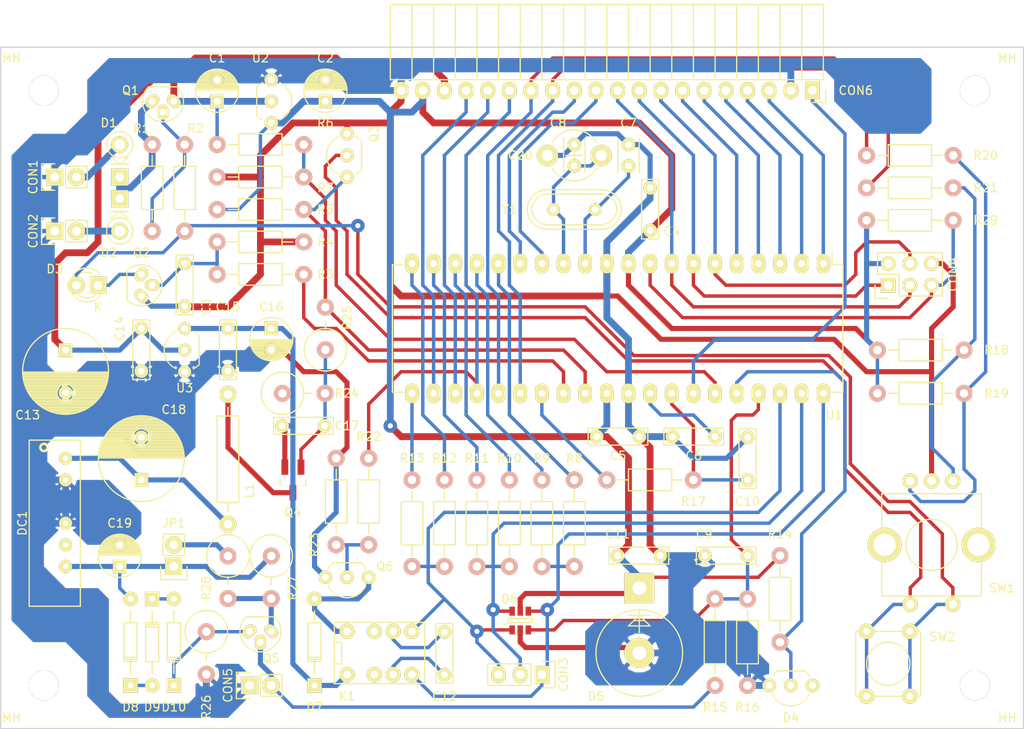
<source format=kicad_pcb>
(kicad_pcb (version 4) (host pcbnew 4.0.2+dfsg1-2~bpo8+1-stable)
  (layers (0 F.Cu signal) (31 B.Cu signal) (34 B.Paste user) (35 F.Paste user) (36 B.SilkS user) (37 F.SilkS user) (38 B.Mask user) (39 F.Mask user) (44 Edge.Cuts user))
  (net 0 "")
  (net 1 +9V)
  (net 2 GND)
  (net 3 +5V)
  (net 4 "Net-(C3-Pad1)")
  (net 5 "Net-(C6-Pad1)")
  (net 6 "Net-(C7-Pad2)")
  (net 7 /PA3)
  (net 8 /PA7)
  (net 9 "Net-(C12-Pad1)")
  (net 10 "Net-(C12-Pad2)")
  (net 11 "Net-(C17-Pad2)")
  (net 12 "Net-(C18-Pad1)")
  (net 13 "Net-(C19-Pad1)")
  (net 14 "Net-(CON1-Pad2)")
  (net 15 "Net-(CON2-Pad2)")
  (net 16 /PA0)
  (net 17 /PA1)
  (net 18 /PA2)
  (net 19 /PB6)
  (net 20 /PB7)
  (net 21 /PB5)
  (net 22 /Reset)
  (net 23 U_Ext)
  (net 24 /PC0)
  (net 25 /PC1)
  (net 26 /PC2)
  (net 27 /PC3)
  (net 28 /PC4)
  (net 29 /PD0)
  (net 30 /PD1)
  (net 31 /PB4)
  (net 32 /PB3)
  (net 33 /PB2)
  (net 34 /PB1)
  (net 35 /PB0)
  (net 36 /PA6)
  (net 37 "Net-(D1-Pad1)")
  (net 38 "Net-(D3-Pad1)")
  (net 39 "Net-(D3-Pad2)")
  (net 40 /PA4)
  (net 41 "Net-(D7-Pad2)")
  (net 42 "Net-(D8-Pad1)")
  (net 43 "Net-(D10-Pad2)")
  (net 44 "Net-(D10-Pad1)")
  (net 45 "Net-(JP1-Pad2)")
  (net 46 "Net-(K1-Pad7)")
  (net 47 "Net-(K1-Pad2)")
  (net 48 "Net-(L1-Pad1)")
  (net 49 "Net-(Q1-Pad2)")
  (net 50 "Net-(Q3-Pad2)")
  (net 51 Button)
  (net 52 "Net-(Q5-Pad1)")
  (net 53 "Net-(Q6-Pad2)")
  (net 54 Power)
  (net 55 U_Batt)
  (net 56 /PD2)
  (net 57 /PD3)
  (net 58 /PD4)
  (net 59 /PD5)
  (net 60 /PD6)
  (net 61 /PD7)
  (net 62 /PC5)
  (net 63 "Net-(R18-Pad2)")
  (net 64 "Net-(R19-Pad2)")
  (net 65 "Net-(DC1-Pad5)")
  (net 66 +5P)
  (net 67 "Net-(C20-Pad1)")
  (module Mounting_Holes:MountingHole_3-5mm (layer F.Cu) (at 132.08 92.71)
    (fp_text reference MH (at 3.81 3.81) (layer F.SilkS))
    (fp_text value 3.5mm)
    (pad 1 thru_hole circle (at 0 0) (size 3.5 3.5) (drill 3.5) (layers))
  )
  (module Mounting_Holes:MountingHole_3-5mm (layer F.Cu) (at 22.86 92.71)
    (fp_text reference MH (at -3.81 3.81) (layer F.SilkS))
    (fp_text value 3.5mm)
    (pad 1 thru_hole circle (at 0 0) (size 3.5 3.5) (drill 3.5) (layers))
  )
  (module Mounting_Holes:MountingHole_3-5mm (layer F.Cu) (at 22.86 22.86)
    (fp_text reference MH (at -3.81 -3.81) (layer F.SilkS))
    (fp_text value 3.5mm)
    (pad 1 thru_hole circle (at 0 0) (size 3.5 3.5) (drill 3.5) (layers))
  )
  (module Capacitors_ThroughHole:C_Radial_D5_L11_P2.5 (layer F.Cu) (at 43.18 24.13 90)
    (fp_text reference C1 (at 5.08 0 180) (layer F.SilkS))
    (fp_text value 2.2µF)
    (pad 1 thru_hole rect (at 0 0 90) (size 1.6 1.6) (drill 0.8) (layers *.Cu *.Mask F.SilkS) (net 1 +9V))
    (pad 2 thru_hole circle (at 2.5 0 90) (size 1.6 1.6) (drill 0.8) (layers *.Cu *.Mask F.SilkS) (net 2 GND))
  )
  (module Capacitors_ThroughHole:C_Radial_D5_L11_P2.5 (layer F.Cu) (at 55.88 24.13 90)
    (fp_text reference C2 (at 5.08 0 180) (layer F.SilkS))
    (fp_text value 2.2µF)
    (pad 1 thru_hole rect (at 0 0 90) (size 1.6 1.6) (drill 0.8) (layers *.Cu *.Mask F.SilkS) (net 3 +5V))
    (pad 2 thru_hole circle (at 2.5 0 90) (size 1.6 1.6) (drill 0.8) (layers *.Cu *.Mask F.SilkS) (net 2 GND))
  )
  (module Capacitors_ThroughHole:C_Rect_L7_W2_P5 (layer F.Cu) (at 39.37 43.18 270)
    (fp_text reference C3 (at 5.08 -2.54 270) (layer F.SilkS))
    (fp_text value 10nF)
    (pad 1 thru_hole circle (at 0 0 270) (size 1.6 1.6) (drill 0.8) (layers *.Cu *.Mask F.SilkS) (net 4 "Net-(C3-Pad1)"))
    (pad 2 thru_hole circle (at 5 0 270) (size 1.6 1.6) (drill 0.8) (layers *.Cu *.Mask F.SilkS) (net 2 GND))
  )
  (module Capacitors_ThroughHole:C_Rect_L7_W2_P5 (layer F.Cu) (at 93.98 34.29 270)
    (fp_text reference C4 (at 5.08 -2.54 360) (layer F.SilkS))
    (fp_text value 100nF)
    (pad 1 thru_hole circle (at 0 0 270) (size 1.6 1.6) (drill 0.8) (layers *.Cu *.Mask F.SilkS) (net 2 GND))
    (pad 2 thru_hole circle (at 5 0 270) (size 1.6 1.6) (drill 0.8) (layers *.Cu *.Mask F.SilkS) (net 3 +5V))
  )
  (module Capacitors_ThroughHole:C_Rect_L7_W2_P5 (layer F.Cu) (at 92.71 63.5 180)
    (fp_text reference C5 (at 2.5 -2.25 180) (layer F.SilkS))
    (fp_text value 100nF)
    (pad 1 thru_hole circle (at 0 0 180) (size 1.6 1.6) (drill 0.8) (layers *.Cu *.Mask F.SilkS) (net 2 GND))
    (pad 2 thru_hole circle (at 5 0 180) (size 1.6 1.6) (drill 0.8) (layers *.Cu *.Mask F.SilkS) (net 3 +5V))
  )
  (module Capacitors_ThroughHole:C_Rect_L7_W2_P5 (layer F.Cu) (at 101.6 63.5 180)
    (fp_text reference C6 (at 2.5 -2.25 180) (layer F.SilkS))
    (fp_text value 1nF)
    (pad 1 thru_hole circle (at 0 0 180) (size 1.6 1.6) (drill 0.8) (layers *.Cu *.Mask F.SilkS) (net 5 "Net-(C6-Pad1)"))
    (pad 2 thru_hole circle (at 5 0 180) (size 1.6 1.6) (drill 0.8) (layers *.Cu *.Mask F.SilkS) (net 2 GND))
  )
  (module Capacitors_ThroughHole:C_Rect_L7_W2_P5 (layer F.Cu) (at 105.41 77.47 180)
    (fp_text reference C9 (at 5.08 2.54 180) (layer F.SilkS))
    (fp_text value 10nF)
    (pad 1 thru_hole circle (at 0 0 180) (size 1.6 1.6) (drill 0.8) (layers *.Cu *.Mask F.SilkS) (net 7 /PA3))
    (pad 2 thru_hole circle (at 5 0 180) (size 1.6 1.6) (drill 0.8) (layers *.Cu *.Mask F.SilkS) (net 2 GND))
  )
  (module Capacitors_ThroughHole:C_Rect_L7_W2_P5 (layer F.Cu) (at 105.41 68.58 90)
    (fp_text reference C10 (at -2.54 0 180) (layer F.SilkS))
    (fp_text value 100nF)
    (pad 1 thru_hole circle (at 0 0 90) (size 1.6 1.6) (drill 0.8) (layers *.Cu *.Mask F.SilkS) (net 8 /PA7))
    (pad 2 thru_hole circle (at 5 0 90) (size 1.6 1.6) (drill 0.8) (layers *.Cu *.Mask F.SilkS) (net 2 GND))
  )
  (module Capacitors_ThroughHole:C_Rect_L7_W2_P5 (layer F.Cu) (at 90.17 77.47)
    (fp_text reference C11 (at 0 -2.54) (layer F.SilkS))
    (fp_text value 100nF)
    (pad 1 thru_hole circle (at 0 0) (size 1.6 1.6) (drill 0.8) (layers *.Cu *.Mask F.SilkS) (net 3 +5V))
    (pad 2 thru_hole circle (at 5 0) (size 1.6 1.6) (drill 0.8) (layers *.Cu *.Mask F.SilkS) (net 2 GND))
  )
  (module Capacitors_ThroughHole:C_Rect_L7_W2_P5 (layer F.Cu) (at 69.85 91.44 90)
    (fp_text reference C12 (at -2.54 0 180) (layer F.SilkS))
    (fp_text value 10-27nF)
    (pad 1 thru_hole circle (at 0 0 90) (size 1.6 1.6) (drill 0.8) (layers *.Cu *.Mask F.SilkS) (net 9 "Net-(C12-Pad1)"))
    (pad 2 thru_hole circle (at 5 0 90) (size 1.6 1.6) (drill 0.8) (layers *.Cu *.Mask F.SilkS) (net 10 "Net-(C12-Pad2)"))
  )
  (module Capacitors_ThroughHole:C_Radial_D10_L13_P5 (layer F.Cu) (at 25.4 53.34 270)
    (fp_text reference C13 (at 7.62 4.445 360) (layer F.SilkS))
    (fp_text value 47µF)
    (pad 1 thru_hole rect (at 0 0 270) (size 1.6 1.6) (drill 0.8) (layers *.Cu *.Mask F.SilkS) (net 1 +9V))
    (pad 2 thru_hole circle (at 5 0 270) (size 1.6 1.6) (drill 0.8) (layers *.Cu *.Mask F.SilkS) (net 2 GND))
  )
  (module Capacitors_ThroughHole:C_Rect_L7_W2_P5 (layer F.Cu) (at 34.29 50.8 270)
    (fp_text reference C14 (at 0 2.54 270) (layer F.SilkS))
    (fp_text value 100nF)
    (pad 1 thru_hole circle (at 0 0 270) (size 1.6 1.6) (drill 0.8) (layers *.Cu *.Mask F.SilkS) (net 1 +9V))
    (pad 2 thru_hole circle (at 5 0 270) (size 1.6 1.6) (drill 0.8) (layers *.Cu *.Mask F.SilkS) (net 2 GND))
  )
  (module Capacitors_ThroughHole:C_Rect_L7_W2_P5 (layer F.Cu) (at 44.45 50.8 270)
    (fp_text reference C15 (at -2.54 0 360) (layer F.SilkS))
    (fp_text value 100nF)
    (pad 1 thru_hole circle (at 0 0 270) (size 1.6 1.6) (drill 0.8) (layers *.Cu *.Mask F.SilkS) (net 66 +5P))
    (pad 2 thru_hole circle (at 5 0 270) (size 1.6 1.6) (drill 0.8) (layers *.Cu *.Mask F.SilkS) (net 2 GND))
  )
  (module Capacitors_ThroughHole:C_Radial_D5_L11_P2.5 (layer F.Cu) (at 49.53 50.8 270)
    (fp_text reference C16 (at -2.54 0 360) (layer F.SilkS))
    (fp_text value 2.2µF)
    (pad 1 thru_hole rect (at 0 0 270) (size 1.6 1.6) (drill 0.8) (layers *.Cu *.Mask F.SilkS) (net 66 +5P))
    (pad 2 thru_hole circle (at 2.5 0 270) (size 1.6 1.6) (drill 0.8) (layers *.Cu *.Mask F.SilkS) (net 2 GND))
  )
  (module Capacitors_ThroughHole:C_Rect_L7_W2_P5 (layer F.Cu) (at 50.8 62.23)
    (fp_text reference C17 (at 7.62 0) (layer F.SilkS))
    (fp_text value 10nF)
    (pad 1 thru_hole circle (at 0 0) (size 1.6 1.6) (drill 0.8) (layers *.Cu *.Mask F.SilkS) (net 66 +5P))
    (pad 2 thru_hole circle (at 5 0) (size 1.6 1.6) (drill 0.8) (layers *.Cu *.Mask F.SilkS) (net 11 "Net-(C17-Pad2)"))
  )
  (module Capacitors_ThroughHole:C_Radial_D10_L13_P5 (layer F.Cu) (at 34.29 68.58 90)
    (fp_text reference C18 (at 8.255 3.81 180) (layer F.SilkS))
    (fp_text value 47µF)
    (pad 1 thru_hole rect (at 0 0 90) (size 1.6 1.6) (drill 0.8) (layers *.Cu *.Mask F.SilkS) (net 12 "Net-(C18-Pad1)"))
    (pad 2 thru_hole circle (at 5 0 90) (size 1.6 1.6) (drill 0.8) (layers *.Cu *.Mask F.SilkS) (net 2 GND))
  )
  (module Capacitors_ThroughHole:C_Radial_D5_L11_P2.5 (layer F.Cu) (at 31.75 78.74 90)
    (fp_text reference C19 (at 5.08 0 180) (layer F.SilkS))
    (fp_text value 1µF)
    (pad 1 thru_hole rect (at 0 0 90) (size 1.6 1.6) (drill 0.8) (layers *.Cu *.Mask F.SilkS) (net 13 "Net-(C19-Pad1)"))
    (pad 2 thru_hole circle (at 2.5 0 90) (size 1.6 1.6) (drill 0.8) (layers *.Cu *.Mask F.SilkS) (net 2 GND))
  )
  (module Pin_Headers:Pin_Header_Straight_1x02 (layer F.Cu) (at 24.13 33.02 90)
    (fp_text reference CON1 (at 0 -2.54 90) (layer F.SilkS))
    (fp_text value Battery)
    (pad 1 thru_hole rect (at 0 0 90) (size 2.032 2.032) (drill 1.016) (layers *.Cu *.Mask F.SilkS) (net 2 GND))
    (pad 2 thru_hole oval (at 0 2.54 90) (size 2.032 2.032) (drill 1.016) (layers *.Cu *.Mask F.SilkS) (net 14 "Net-(CON1-Pad2)"))
  )
  (module Pin_Headers:Pin_Header_Straight_1x02 (layer F.Cu) (at 24.13 39.37 90)
    (fp_text reference CON2 (at 0 -2.54 90) (layer F.SilkS))
    (fp_text value "Power DC")
    (pad 1 thru_hole rect (at 0 0 90) (size 2.032 2.032) (drill 1.016) (layers *.Cu *.Mask F.SilkS) (net 2 GND))
    (pad 2 thru_hole oval (at 0 2.54 90) (size 2.032 2.032) (drill 1.016) (layers *.Cu *.Mask F.SilkS) (net 15 "Net-(CON2-Pad2)"))
  )
  (module Pin_Headers:Pin_Header_Straight_1x03 (layer F.Cu) (at 81.28 91.44 270)
    (fp_text reference CON3 (at 0 -2.54 270) (layer F.SilkS))
    (fp_text value Probes)
    (pad 1 thru_hole rect (at 0 0 270) (size 2.032 1.7272) (drill 1.016) (layers *.Cu *.Mask F.SilkS) (net 16 /PA0))
    (pad 2 thru_hole oval (at 0 2.54 270) (size 2.032 1.7272) (drill 1.016) (layers *.Cu *.Mask F.SilkS) (net 17 /PA1))
    (pad 3 thru_hole oval (at 0 5.08 270) (size 2.032 1.7272) (drill 1.016) (layers *.Cu *.Mask F.SilkS) (net 18 /PA2))
  )
  (module Pin_Headers:Pin_Header_Straight_2x03 (layer F.Cu) (at 121.92 45.72 90)
    (fp_text reference CON4 (at 1.27 7.62 90) (layer F.SilkS))
    (fp_text value AVR-ISP-6)
    (pad 1 thru_hole rect (at 0 0 90) (size 1.7272 1.7272) (drill 1.016) (layers *.Cu *.Mask F.SilkS) (net 19 /PB6))
    (pad 2 thru_hole oval (at 2.54 0 90) (size 1.7272 1.7272) (drill 1.016) (layers *.Cu *.Mask F.SilkS) (net 3 +5V))
    (pad 3 thru_hole oval (at 0 2.54 90) (size 1.7272 1.7272) (drill 1.016) (layers *.Cu *.Mask F.SilkS) (net 20 /PB7))
    (pad 4 thru_hole oval (at 2.54 2.54 90) (size 1.7272 1.7272) (drill 1.016) (layers *.Cu *.Mask F.SilkS) (net 21 /PB5))
    (pad 5 thru_hole oval (at 0 5.08 90) (size 1.7272 1.7272) (drill 1.016) (layers *.Cu *.Mask F.SilkS) (net 22 /Reset))
    (pad 6 thru_hole oval (at 2.54 5.08 90) (size 1.7272 1.7272) (drill 1.016) (layers *.Cu *.Mask F.SilkS) (net 2 GND))
  )
  (module Pin_Headers:Pin_Header_Straight_1x02 (layer F.Cu) (at 46.99 92.71 90)
    (fp_text reference CON5 (at 0 -2.54 90) (layer F.SilkS))
    (fp_text value 30V)
    (pad 1 thru_hole rect (at 0 0 90) (size 2.032 2.032) (drill 1.016) (layers *.Cu *.Mask F.SilkS) (net 2 GND))
    (pad 2 thru_hole oval (at 0 2.54 90) (size 2.032 2.032) (drill 1.016) (layers *.Cu *.Mask F.SilkS) (net 23 U_Ext))
  )
  (module Socket_Strips:Socket_Strip_Angled_1x20 (layer F.Cu) (at 113.03 22.86 180)
    (fp_text reference CON6 (at -5.08 0 180) (layer F.SilkS))
    (fp_text value "Module Bus")
    (pad 1 thru_hole rect (at 0 0 180) (size 1.7272 2.032) (drill 1.016) (layers *.Cu *.Mask F.SilkS) (net 36 /PA6))
    (pad 2 thru_hole oval (at 2.54 0 180) (size 1.7272 2.032) (drill 1.016) (layers *.Cu *.Mask F.SilkS) (net 2 GND))
    (pad 3 thru_hole oval (at 5.08 0 180) (size 1.7272 2.032) (drill 1.016) (layers *.Cu *.Mask F.SilkS) (net 35 /PB0))
    (pad 4 thru_hole oval (at 7.62 0 180) (size 1.7272 2.032) (drill 1.016) (layers *.Cu *.Mask F.SilkS) (net 34 /PB1))
    (pad 5 thru_hole oval (at 10.16 0 180) (size 1.7272 2.032) (drill 1.016) (layers *.Cu *.Mask F.SilkS) (net 33 /PB2))
    (pad 6 thru_hole oval (at 12.7 0 180) (size 1.7272 2.032) (drill 1.016) (layers *.Cu *.Mask F.SilkS) (net 32 /PB3))
    (pad 7 thru_hole oval (at 15.24 0 180) (size 1.7272 2.032) (drill 1.016) (layers *.Cu *.Mask F.SilkS) (net 31 /PB4))
    (pad 8 thru_hole oval (at 17.78 0 180) (size 1.7272 2.032) (drill 1.016) (layers *.Cu *.Mask F.SilkS) (net 21 /PB5))
    (pad 9 thru_hole oval (at 20.32 0 180) (size 1.7272 2.032) (drill 1.016) (layers *.Cu *.Mask F.SilkS) (net 19 /PB6))
    (pad 10 thru_hole oval (at 22.86 0 180) (size 1.7272 2.032) (drill 1.016) (layers *.Cu *.Mask F.SilkS) (net 20 /PB7))
    (pad 11 thru_hole oval (at 25.4 0 180) (size 1.7272 2.032) (drill 1.016) (layers *.Cu *.Mask F.SilkS) (net 29 /PD0))
    (pad 12 thru_hole oval (at 27.94 0 180) (size 1.7272 2.032) (drill 1.016) (layers *.Cu *.Mask F.SilkS) (net 30 /PD1))
    (pad 13 thru_hole oval (at 30.48 0 180) (size 1.7272 2.032) (drill 1.016) (layers *.Cu *.Mask F.SilkS) (net 28 /PC4))
    (pad 14 thru_hole oval (at 33.02 0 180) (size 1.7272 2.032) (drill 1.016) (layers *.Cu *.Mask F.SilkS) (net 27 /PC3))
    (pad 15 thru_hole oval (at 35.56 0 180) (size 1.7272 2.032) (drill 1.016) (layers *.Cu *.Mask F.SilkS) (net 26 /PC2))
    (pad 16 thru_hole oval (at 38.1 0 180) (size 1.7272 2.032) (drill 1.016) (layers *.Cu *.Mask F.SilkS) (net 25 /PC1))
    (pad 17 thru_hole oval (at 40.64 0 180) (size 1.7272 2.032) (drill 1.016) (layers *.Cu *.Mask F.SilkS) (net 24 /PC0))
    (pad 18 thru_hole oval (at 43.18 0 180) (size 1.7272 2.032) (drill 1.016) (layers *.Cu *.Mask F.SilkS) (net 1 +9V))
    (pad 19 thru_hole oval (at 45.72 0 180) (size 1.7272 2.032) (drill 1.016) (layers *.Cu *.Mask F.SilkS) (net 3 +5V))
    (pad 20 thru_hole oval (at 48.26 0 180) (size 1.7272 2.032) (drill 1.016) (layers *.Cu *.Mask F.SilkS) (net 2 GND))
  )
  (module Diodes_ThroughHole:Diode_DO-41_SOD81_Vertical_KathodeUp (layer F.Cu) (at 31.75 33.02 90)
    (fp_text reference D1 (at 6.35 -1.27 180) (layer F.SilkS))
    (fp_text value SB130)
    (pad 2 thru_hole circle (at 3.81 0 270) (size 1.99898 1.99898) (drill 1.27) (layers *.Cu *.Mask F.SilkS) (net 14 "Net-(CON1-Pad2)"))
    (pad 1 thru_hole rect (at 0 0 270) (size 1.99898 1.99898) (drill 1.00076) (layers *.Cu *.Mask F.SilkS) (net 37 "Net-(D1-Pad1)"))
  )
  (module Diodes_ThroughHole:Diode_DO-41_SOD81_Vertical_KathodeUp (layer F.Cu) (at 31.75 35.56 270)
    (fp_text reference D2 (at 6.35 1.27 360) (layer F.SilkS))
    (fp_text value SB130)
    (pad 2 thru_hole circle (at 3.81 0 90) (size 1.99898 1.99898) (drill 1.27) (layers *.Cu *.Mask F.SilkS) (net 15 "Net-(CON2-Pad2)"))
    (pad 1 thru_hole rect (at 0 0 90) (size 1.99898 1.99898) (drill 1.00076) (layers *.Cu *.Mask F.SilkS) (net 37 "Net-(D1-Pad1)"))
  )
  (module LEDs:LED-3MM (layer F.Cu) (at 29.21 45.72 180)
    (fp_text reference D3 (at 5.08 1.905 180) (layer F.SilkS))
    (fp_text value LED)
    (fp_text user K (at 0 -2.54 180) (layer F.SilkS))
    (pad 1 thru_hole rect (at 0 0 270) (size 2 2) (drill 1.00076) (layers *.Cu *.Mask F.SilkS) (net 38 "Net-(D3-Pad1)"))
    (pad 2 thru_hole circle (at 2.54 0 180) (size 2 2) (drill 1.00076) (layers *.Cu *.Mask F.SilkS) (net 39 "Net-(D3-Pad2)"))
  )
  (module TO_SOT_Packages_SMD:SOT-23-6 (layer F.Cu) (at 78.74 85.09 90)
    (fp_text reference D6 (at 2.54 -1.27 180) (layer F.SilkS))
    (fp_text value SRV05-4)
    (pad 1 smd rect (at -1.1 -0.95 90) (size 1.06 0.65) (layers F.Cu F.Paste F.Mask) (net 18 /PA2))
    (pad 2 smd rect (at -1.1 0 90) (size 1.06 0.65) (layers F.Cu F.Paste F.Mask) (net 2 GND))
    (pad 3 smd rect (at -1.1 0.95 90) (size 1.06 0.65) (layers F.Cu F.Paste F.Mask) (net 7 /PA3))
    (pad 4 smd rect (at 1.1 0.95 90) (size 1.06 0.65) (layers F.Cu F.Paste F.Mask) (net 16 /PA0))
    (pad 6 smd rect (at 1.1 -0.95 90) (size 1.06 0.65) (layers F.Cu F.Paste F.Mask) (net 17 /PA1))
    (pad 5 smd rect (at 1.1 0 90) (size 1.06 0.65) (layers F.Cu F.Paste F.Mask) (net 3 +5V))
  )
  (module Diodes_ThroughHole:Diode_DO-35_SOD27_Horizontal_RM10 (layer F.Cu) (at 33.02 92.71 90)
    (fp_text reference D8 (at -2.54 0 180) (layer F.SilkS))
    (fp_text value 1N4148)
    (pad 2 thru_hole circle (at 10.16052 -0.00254 270) (size 1.69926 1.69926) (drill 0.70104) (layers *.Cu *.Mask F.SilkS) (net 13 "Net-(C19-Pad1)"))
    (pad 1 thru_hole rect (at 0.00052 -0.00254 270) (size 1.69926 1.69926) (drill 0.70104) (layers *.Cu *.Mask F.SilkS) (net 42 "Net-(D8-Pad1)"))
  )
  (module Diodes_ThroughHole:Diode_DO-35_SOD27_Horizontal_RM10 (layer F.Cu) (at 35.56 82.55 270)
    (fp_text reference D9 (at 12.7 0 540) (layer F.SilkS))
    (fp_text value 1N4148)
    (pad 2 thru_hole circle (at 10.16052 -0.00254 90) (size 1.69926 1.69926) (drill 0.70104) (layers *.Cu *.Mask F.SilkS) (net 42 "Net-(D8-Pad1)"))
    (pad 1 thru_hole rect (at 0.00052 -0.00254 90) (size 1.69926 1.69926) (drill 0.70104) (layers *.Cu *.Mask F.SilkS) (net 43 "Net-(D10-Pad2)"))
  )
  (module Diodes_ThroughHole:Diode_DO-35_SOD27_Horizontal_RM10 (layer F.Cu) (at 38.1 92.71 90)
    (fp_text reference D10 (at -2.54 0 360) (layer F.SilkS))
    (fp_text value 1N4148)
    (pad 2 thru_hole circle (at 10.16052 -0.00254 270) (size 1.69926 1.69926) (drill 0.70104) (layers *.Cu *.Mask F.SilkS) (net 43 "Net-(D10-Pad2)"))
    (pad 1 thru_hole rect (at 0.00052 -0.00254 270) (size 1.69926 1.69926) (drill 0.70104) (layers *.Cu *.Mask F.SilkS) (net 44 "Net-(D10-Pad1)"))
  )
  (module Pin_Headers:Pin_Header_Straight_1x02 (layer F.Cu) (at 38.1 78.74 180)
    (fp_text reference JP1 (at 0 5.08 180) (layer F.SilkS))
    (fp_text value I_max)
    (pad 1 thru_hole rect (at 0 0 180) (size 2.032 2.032) (drill 1.016) (layers *.Cu *.Mask F.SilkS) (net 13 "Net-(C19-Pad1)"))
    (pad 2 thru_hole oval (at 0 2.54 180) (size 2.032 2.032) (drill 1.016) (layers *.Cu *.Mask F.SilkS) (net 45 "Net-(JP1-Pad2)"))
  )
  (module m-Relays:FTR-B3_TH (layer F.Cu) (at 62.23 88.9)
    (fp_text reference K1 (at -3.81 5.08) (layer F.SilkS))
    (fp_text value "FTR-B3 4.5")
    (pad 8 thru_hole circle (at -3.8 -2.54) (size 1.8 1.8) (drill 0.9) (layers *.Cu *.Mask F.SilkS) (net 41 "Net-(D7-Pad2)"))
    (pad 7 thru_hole circle (at -0.6 -2.54) (size 1.8 1.8) (drill 0.9) (layers *.Cu *.Mask F.SilkS) (net 46 "Net-(K1-Pad7)"))
    (pad 6 thru_hole circle (at 1.6 -2.54) (size 1.8 1.8) (drill 0.9) (layers *.Cu *.Mask F.SilkS) (net 10 "Net-(C12-Pad2)"))
    (pad 5 thru_hole circle (at 3.8 -2.54) (size 1.8 1.8) (drill 0.9) (layers *.Cu *.Mask F.SilkS) (net 18 /PA2))
    (pad 4 thru_hole circle (at 3.8 2.54) (size 1.8 1.8) (drill 0.9) (layers *.Cu *.Mask F.SilkS) (net 16 /PA0))
    (pad 3 thru_hole circle (at 1.6 2.54) (size 1.8 1.8) (drill 0.9) (layers *.Cu *.Mask F.SilkS) (net 9 "Net-(C12-Pad1)"))
    (pad 2 thru_hole circle (at -0.6 2.54) (size 1.8 1.8) (drill 0.9) (layers *.Cu *.Mask F.SilkS) (net 47 "Net-(K1-Pad2)"))
    (pad 1 thru_hole circle (at -3.8 2.54) (size 1.8 1.8) (drill 0.9) (layers *.Cu *.Mask F.SilkS) (net 66 +5P))
  )
  (module TO_SOT_Packages_SMD:SOT-23_Handsoldering (layer F.Cu) (at 52.07 68.58 180)
    (fp_text reference Q4 (at 0 -3.81 180) (layer F.SilkS))
    (fp_text value IRLML5203)
    (pad 1 smd rect (at -0.95 1.50114 180) (size 0.8001 1.80086) (layers F.Cu F.Paste F.Mask) (net 11 "Net-(C17-Pad2)"))
    (pad 2 smd rect (at 0.95 1.50114 180) (size 0.8001 1.80086) (layers F.Cu F.Paste F.Mask) (net 66 +5P))
    (pad 3 smd rect (at 0 -1.50114 180) (size 0.8001 1.80086) (layers F.Cu F.Paste F.Mask) (net 48 "Net-(L1-Pad1)"))
  )
  (module Resistors_ThroughHole:Resistor_Horizontal_RM10mm (layer F.Cu) (at 35.56 29.21 270)
    (fp_text reference R1 (at -1.905 1.27 540) (layer F.SilkS))
    (fp_text value 33k)
    (pad 1 thru_hole circle (at 0 0 270) (size 1.99898 1.99898) (drill 1.00076) (layers *.Cu *.SilkS *.Mask) (net 37 "Net-(D1-Pad1)"))
    (pad 2 thru_hole circle (at 10.16 0 270) (size 1.99898 1.99898) (drill 1.00076) (layers *.Cu *.SilkS *.Mask) (net 49 "Net-(Q1-Pad2)"))
  )
  (module Resistors_ThroughHole:Resistor_Horizontal_RM10mm (layer F.Cu) (at 39.37 29.21 270)
    (fp_text reference R2 (at -1.905 -1.27 360) (layer F.SilkS))
    (fp_text value 3k3)
    (pad 1 thru_hole circle (at 0 0 270) (size 1.99898 1.99898) (drill 1.00076) (layers *.Cu *.SilkS *.Mask) (net 49 "Net-(Q1-Pad2)"))
    (pad 2 thru_hole circle (at 10.16 0 270) (size 1.99898 1.99898) (drill 1.00076) (layers *.Cu *.SilkS *.Mask) (net 39 "Net-(D3-Pad2)"))
  )
  (module Resistors_ThroughHole:Resistor_Horizontal_RM10mm (layer F.Cu) (at 43.18 44.45)
    (fp_text reference R3 (at 12.7 0) (layer F.SilkS))
    (fp_text value 27k)
    (pad 1 thru_hole circle (at 0 0) (size 1.99898 1.99898) (drill 1.00076) (layers *.Cu *.SilkS *.Mask) (net 4 "Net-(C3-Pad1)"))
    (pad 2 thru_hole circle (at 10.16 0) (size 1.99898 1.99898) (drill 1.00076) (layers *.Cu *.SilkS *.Mask) (net 54 Power))
  )
  (module Resistors_ThroughHole:Resistor_Horizontal_RM10mm (layer F.Cu) (at 43.18 40.64)
    (fp_text reference R4 (at 12.7 0) (layer F.SilkS))
    (fp_text value 100k)
    (pad 1 thru_hole circle (at 0 0) (size 1.99898 1.99898) (drill 1.00076) (layers *.Cu *.SilkS *.Mask) (net 4 "Net-(C3-Pad1)"))
    (pad 2 thru_hole circle (at 10.16 0) (size 1.99898 1.99898) (drill 1.00076) (layers *.Cu *.SilkS *.Mask) (net 2 GND))
  )
  (module Resistors_ThroughHole:Resistor_Horizontal_RM10mm (layer F.Cu) (at 43.18 36.83)
    (fp_text reference R5 (at 12.7 0) (layer F.SilkS))
    (fp_text value 27k)
    (pad 1 thru_hole circle (at 0 0) (size 1.99898 1.99898) (drill 1.00076) (layers *.Cu *.SilkS *.Mask) (net 3 +5V))
    (pad 2 thru_hole circle (at 10.16 0) (size 1.99898 1.99898) (drill 1.00076) (layers *.Cu *.SilkS *.Mask) (net 51 Button))
  )
  (module Resistors_ThroughHole:Resistor_Horizontal_RM10mm (layer F.Cu) (at 43.18 29.21)
    (fp_text reference R6 (at 12.7 -2.54) (layer F.SilkS))
    (fp_text value 10k)
    (pad 1 thru_hole circle (at 0 0) (size 1.99898 1.99898) (drill 1.00076) (layers *.Cu *.SilkS *.Mask) (net 1 +9V))
    (pad 2 thru_hole circle (at 10.16 0) (size 1.99898 1.99898) (drill 1.00076) (layers *.Cu *.SilkS *.Mask) (net 55 U_Batt))
  )
  (module Resistors_ThroughHole:Resistor_Horizontal_RM10mm (layer F.Cu) (at 53.34 33.02 180)
    (fp_text reference R7 (at -2.54 -1.27 180) (layer F.SilkS))
    (fp_text value 3k3)
    (pad 1 thru_hole circle (at 0 0 180) (size 1.99898 1.99898) (drill 1.00076) (layers *.Cu *.SilkS *.Mask) (net 55 U_Batt))
    (pad 2 thru_hole circle (at 10.16 0 180) (size 1.99898 1.99898) (drill 1.00076) (layers *.Cu *.SilkS *.Mask) (net 2 GND))
  )
  (module Resistors_ThroughHole:Resistor_Horizontal_RM10mm (layer F.Cu) (at 85.09 68.58 270)
    (fp_text reference R8 (at -2.54 0 360) (layer F.SilkS))
    (fp_text value 680)
    (pad 1 thru_hole circle (at 0 0 270) (size 1.99898 1.99898) (drill 1.00076) (layers *.Cu *.SilkS *.Mask) (net 56 /PD2))
    (pad 2 thru_hole circle (at 10.16 0 270) (size 1.99898 1.99898) (drill 1.00076) (layers *.Cu *.SilkS *.Mask) (net 16 /PA0))
  )
  (module Resistors_ThroughHole:Resistor_Horizontal_RM10mm (layer F.Cu) (at 81.28 68.58 270)
    (fp_text reference R9 (at -2.54 0 360) (layer F.SilkS))
    (fp_text value 470k)
    (pad 1 thru_hole circle (at 0 0 270) (size 1.99898 1.99898) (drill 1.00076) (layers *.Cu *.SilkS *.Mask) (net 57 /PD3))
    (pad 2 thru_hole circle (at 10.16 0 270) (size 1.99898 1.99898) (drill 1.00076) (layers *.Cu *.SilkS *.Mask) (net 16 /PA0))
  )
  (module Resistors_ThroughHole:Resistor_Horizontal_RM10mm (layer F.Cu) (at 77.47 68.58 270)
    (fp_text reference R10 (at -2.54 0 360) (layer F.SilkS))
    (fp_text value 680)
    (pad 1 thru_hole circle (at 0 0 270) (size 1.99898 1.99898) (drill 1.00076) (layers *.Cu *.SilkS *.Mask) (net 58 /PD4))
    (pad 2 thru_hole circle (at 10.16 0 270) (size 1.99898 1.99898) (drill 1.00076) (layers *.Cu *.SilkS *.Mask) (net 17 /PA1))
  )
  (module Resistors_ThroughHole:Resistor_Horizontal_RM10mm (layer F.Cu) (at 73.66 68.58 270)
    (fp_text reference R11 (at -2.54 0 360) (layer F.SilkS))
    (fp_text value 470k)
    (pad 1 thru_hole circle (at 0 0 270) (size 1.99898 1.99898) (drill 1.00076) (layers *.Cu *.SilkS *.Mask) (net 59 /PD5))
    (pad 2 thru_hole circle (at 10.16 0 270) (size 1.99898 1.99898) (drill 1.00076) (layers *.Cu *.SilkS *.Mask) (net 17 /PA1))
  )
  (module Resistors_ThroughHole:Resistor_Horizontal_RM10mm (layer F.Cu) (at 69.85 68.58 270)
    (fp_text reference R12 (at -2.54 0 360) (layer F.SilkS))
    (fp_text value 680)
    (pad 1 thru_hole circle (at 0 0 270) (size 1.99898 1.99898) (drill 1.00076) (layers *.Cu *.SilkS *.Mask) (net 60 /PD6))
    (pad 2 thru_hole circle (at 10.16 0 270) (size 1.99898 1.99898) (drill 1.00076) (layers *.Cu *.SilkS *.Mask) (net 18 /PA2))
  )
  (module Resistors_ThroughHole:Resistor_Horizontal_RM10mm (layer F.Cu) (at 66.04 68.58 270)
    (fp_text reference R13 (at -2.54 0 360) (layer F.SilkS))
    (fp_text value 470k)
    (pad 1 thru_hole circle (at 0 0 270) (size 1.99898 1.99898) (drill 1.00076) (layers *.Cu *.SilkS *.Mask) (net 61 /PD7))
    (pad 2 thru_hole circle (at 10.16 0 270) (size 1.99898 1.99898) (drill 1.00076) (layers *.Cu *.SilkS *.Mask) (net 18 /PA2))
  )
  (module Resistors_ThroughHole:Resistor_Horizontal_RM10mm (layer F.Cu) (at 109.22 77.47 270)
    (fp_text reference R14 (at -2.54 0 360) (layer F.SilkS))
    (fp_text value 2k2)
    (pad 1 thru_hole circle (at 0 0 270) (size 1.99898 1.99898) (drill 1.00076) (layers *.Cu *.SilkS *.Mask) (net 3 +5V))
    (pad 2 thru_hole circle (at 10.16 0 270) (size 1.99898 1.99898) (drill 1.00076) (layers *.Cu *.SilkS *.Mask) (net 40 /PA4))
  )
  (module Resistors_ThroughHole:Resistor_Horizontal_RM10mm (layer F.Cu) (at 101.6 92.71 90)
    (fp_text reference R15 (at -2.54 0 180) (layer F.SilkS))
    (fp_text value 100k)
    (pad 1 thru_hole circle (at 0 0 90) (size 1.99898 1.99898) (drill 1.00076) (layers *.Cu *.SilkS *.Mask) (net 23 U_Ext))
    (pad 2 thru_hole circle (at 10.16 0 90) (size 1.99898 1.99898) (drill 1.00076) (layers *.Cu *.SilkS *.Mask) (net 7 /PA3))
  )
  (module Resistors_ThroughHole:Resistor_Horizontal_RM10mm (layer F.Cu) (at 105.41 82.55 270)
    (fp_text reference R16 (at 12.7 0 360) (layer F.SilkS))
    (fp_text value 20k)
    (pad 1 thru_hole circle (at 0 0 270) (size 1.99898 1.99898) (drill 1.00076) (layers *.Cu *.SilkS *.Mask) (net 7 /PA3))
    (pad 2 thru_hole circle (at 10.16 0 270) (size 1.99898 1.99898) (drill 1.00076) (layers *.Cu *.SilkS *.Mask) (net 2 GND))
  )
  (module Resistors_ThroughHole:Resistor_Horizontal_RM10mm (layer F.Cu) (at 88.9 68.58)
    (fp_text reference R17 (at 10.16 2.54) (layer F.SilkS))
    (fp_text value 470k)
    (pad 1 thru_hole circle (at 0 0) (size 1.99898 1.99898) (drill 1.00076) (layers *.Cu *.SilkS *.Mask) (net 62 /PC5))
    (pad 2 thru_hole circle (at 10.16 0) (size 1.99898 1.99898) (drill 1.00076) (layers *.Cu *.SilkS *.Mask) (net 8 /PA7))
  )
  (module Resistors_ThroughHole:Resistor_Horizontal_RM10mm (layer F.Cu) (at 120.65 53.34)
    (fp_text reference R18 (at 13.97 0) (layer F.SilkS))
    (fp_text value 10k)
    (pad 1 thru_hole circle (at 0 0) (size 1.99898 1.99898) (drill 1.00076) (layers *.Cu *.SilkS *.Mask) (net 3 +5V))
    (pad 2 thru_hole circle (at 10.16 0) (size 1.99898 1.99898) (drill 1.00076) (layers *.Cu *.SilkS *.Mask) (net 63 "Net-(R18-Pad2)"))
  )
  (module Resistors_ThroughHole:Resistor_Horizontal_RM10mm (layer F.Cu) (at 120.65 58.42)
    (fp_text reference R19 (at 13.97 0) (layer F.SilkS))
    (fp_text value 10k)
    (pad 1 thru_hole circle (at 0 0) (size 1.99898 1.99898) (drill 1.00076) (layers *.Cu *.SilkS *.Mask) (net 3 +5V))
    (pad 2 thru_hole circle (at 10.16 0) (size 1.99898 1.99898) (drill 1.00076) (layers *.Cu *.SilkS *.Mask) (net 64 "Net-(R19-Pad2)"))
  )
  (module Resistors_ThroughHole:Resistor_Horizontal_RM10mm (layer F.Cu) (at 129.54 30.48 180)
    (fp_text reference R20 (at -3.81 0 180) (layer F.SilkS))
    (fp_text value 1k)
    (pad 1 thru_hole circle (at 0 0 180) (size 1.99898 1.99898) (drill 1.00076) (layers *.Cu *.SilkS *.Mask) (net 64 "Net-(R19-Pad2)"))
    (pad 2 thru_hole circle (at 10.16 0 180) (size 1.99898 1.99898) (drill 1.00076) (layers *.Cu *.SilkS *.Mask) (net 28 /PC4))
  )
  (module Resistors_ThroughHole:Resistor_Horizontal_RM10mm (layer F.Cu) (at 129.54 34.29 180)
    (fp_text reference R21 (at -3.81 0 180) (layer F.SilkS))
    (fp_text value 1k)
    (pad 1 thru_hole circle (at 0 0 180) (size 1.99898 1.99898) (drill 1.00076) (layers *.Cu *.SilkS *.Mask) (net 63 "Net-(R18-Pad2)"))
    (pad 2 thru_hole circle (at 10.16 0 180) (size 1.99898 1.99898) (drill 1.00076) (layers *.Cu *.SilkS *.Mask) (net 27 /PC3))
  )
  (module Resistors_ThroughHole:Resistor_Horizontal_RM10mm (layer F.Cu) (at 60.96 76.2 90)
    (fp_text reference R22 (at 12.7 0 180) (layer F.SilkS))
    (fp_text value 100)
    (pad 1 thru_hole circle (at 0 0 90) (size 1.99898 1.99898) (drill 1.00076) (layers *.Cu *.SilkS *.Mask) (net 53 "Net-(Q6-Pad2)"))
    (pad 2 thru_hole circle (at 10.16 0 90) (size 1.99898 1.99898) (drill 1.00076) (layers *.Cu *.SilkS *.Mask) (net 26 /PC2))
  )
  (module Resistors_ThroughHole:Resistor_Horizontal_RM10mm (layer F.Cu) (at 57.15 76.2 90)
    (fp_text reference R23 (at 0 -2.54 90) (layer F.SilkS))
    (fp_text value 100k)
    (pad 1 thru_hole circle (at 0 0 90) (size 1.99898 1.99898) (drill 1.00076) (layers *.Cu *.SilkS *.Mask) (net 53 "Net-(Q6-Pad2)"))
    (pad 2 thru_hole circle (at 10.16 0 90) (size 1.99898 1.99898) (drill 1.00076) (layers *.Cu *.SilkS *.Mask) (net 2 GND))
  )
  (module Resistors_ThroughHole:Resistor_Horizontal_RM10mm (layer F.Cu) (at 119.38 38.1)
    (fp_text reference R29 (at 13.97 0) (layer F.SilkS))
    (fp_text value 10k)
    (pad 1 thru_hole circle (at 0 0) (size 1.99898 1.99898) (drill 1.00076) (layers *.Cu *.SilkS *.Mask) (net 3 +5V))
    (pad 2 thru_hole circle (at 10.16 0) (size 1.99898 1.99898) (drill 1.00076) (layers *.Cu *.SilkS *.Mask) (net 22 /Reset))
  )
  (module m-Switches:EC11-Button-Vertical (layer F.Cu) (at 127 76.2 180)
    (fp_text reference SW1 (at -8.255 -5.08 360) (layer F.SilkS))
    (fp_text value EC11-Button)
    (pad M2 thru_hole circle (at -5.5 0 180) (size 4 4) (drill 2.6) (layers *.Cu *.Mask F.SilkS))
    (pad B thru_hole circle (at 2.5 7.5 180) (size 1.8 1.8) (drill 1) (layers *.Cu *.Mask F.SilkS) (net 64 "Net-(R19-Pad2)"))
    (pad A thru_hole circle (at -2.5 7.5 180) (size 1.8 1.8) (drill 1) (layers *.Cu *.Mask F.SilkS) (net 63 "Net-(R18-Pad2)"))
    (pad E thru_hole circle (at 2.5 -7 180) (size 1.8 1.8) (drill 1) (layers *.Cu *.Mask F.SilkS) (net 50 "Net-(Q3-Pad2)"))
    (pad D thru_hole circle (at -2.5 -7 180) (size 1.8 1.8) (drill 1) (layers *.Cu *.Mask F.SilkS) (net 39 "Net-(D3-Pad2)"))
    (pad C thru_hole circle (at 0 7.5 180) (size 1.8 1.8) (drill 1) (layers *.Cu *.Mask F.SilkS) (net 2 GND))
    (pad M2 thru_hole circle (at 5.5 0 180) (size 4 4) (drill 2.6) (layers *.Cu *.Mask F.SilkS))
  )
  (module Housings_DIP:DIP-40_W15.24mm_LongPads (layer F.Cu) (at 114.3 43.18 270)
    (fp_text reference U1 (at 17.78 -1.27 360) (layer F.SilkS))
    (fp_text value ATMEGA644P-P)
    (pad 1 thru_hole oval (at 0 0 270) (size 2.3 1.6) (drill 0.8) (layers *.Cu *.Mask F.SilkS) (net 35 /PB0))
    (pad 2 thru_hole oval (at 0 2.54 270) (size 2.3 1.6) (drill 0.8) (layers *.Cu *.Mask F.SilkS) (net 34 /PB1))
    (pad 3 thru_hole oval (at 0 5.08 270) (size 2.3 1.6) (drill 0.8) (layers *.Cu *.Mask F.SilkS) (net 33 /PB2))
    (pad 4 thru_hole oval (at 0 7.62 270) (size 2.3 1.6) (drill 0.8) (layers *.Cu *.Mask F.SilkS) (net 32 /PB3))
    (pad 5 thru_hole oval (at 0 10.16 270) (size 2.3 1.6) (drill 0.8) (layers *.Cu *.Mask F.SilkS) (net 31 /PB4))
    (pad 6 thru_hole oval (at 0 12.7 270) (size 2.3 1.6) (drill 0.8) (layers *.Cu *.Mask F.SilkS) (net 21 /PB5))
    (pad 7 thru_hole oval (at 0 15.24 270) (size 2.3 1.6) (drill 0.8) (layers *.Cu *.Mask F.SilkS) (net 19 /PB6))
    (pad 8 thru_hole oval (at 0 17.78 270) (size 2.3 1.6) (drill 0.8) (layers *.Cu *.Mask F.SilkS) (net 20 /PB7))
    (pad 9 thru_hole oval (at 0 20.32 270) (size 2.3 1.6) (drill 0.8) (layers *.Cu *.Mask F.SilkS) (net 22 /Reset))
    (pad 10 thru_hole oval (at 0 22.86 270) (size 2.3 1.6) (drill 0.8) (layers *.Cu *.Mask F.SilkS) (net 3 +5V))
    (pad 11 thru_hole oval (at 0 25.4 270) (size 2.3 1.6) (drill 0.8) (layers *.Cu *.Mask F.SilkS) (net 2 GND))
    (pad 12 thru_hole oval (at 0 27.94 270) (size 2.3 1.6) (drill 0.8) (layers *.Cu *.Mask F.SilkS) (net 6 "Net-(C7-Pad2)"))
    (pad 13 thru_hole oval (at 0 30.48 270) (size 2.3 1.6) (drill 0.8) (layers *.Cu *.Mask F.SilkS) (net 67 "Net-(C20-Pad1)"))
    (pad 14 thru_hole oval (at 0 33.02 270) (size 2.3 1.6) (drill 0.8) (layers *.Cu *.Mask F.SilkS) (net 29 /PD0))
    (pad 15 thru_hole oval (at 0 35.56 270) (size 2.3 1.6) (drill 0.8) (layers *.Cu *.Mask F.SilkS) (net 30 /PD1))
    (pad 16 thru_hole oval (at 0 38.1 270) (size 2.3 1.6) (drill 0.8) (layers *.Cu *.Mask F.SilkS) (net 56 /PD2))
    (pad 17 thru_hole oval (at 0 40.64 270) (size 2.3 1.6) (drill 0.8) (layers *.Cu *.Mask F.SilkS) (net 57 /PD3))
    (pad 18 thru_hole oval (at 0 43.18 270) (size 2.3 1.6) (drill 0.8) (layers *.Cu *.Mask F.SilkS) (net 58 /PD4))
    (pad 19 thru_hole oval (at 0 45.72 270) (size 2.3 1.6) (drill 0.8) (layers *.Cu *.Mask F.SilkS) (net 59 /PD5))
    (pad 20 thru_hole oval (at 0 48.26 270) (size 2.3 1.6) (drill 0.8) (layers *.Cu *.Mask F.SilkS) (net 60 /PD6))
    (pad 21 thru_hole oval (at 15.24 48.26 270) (size 2.3 1.6) (drill 0.8) (layers *.Cu *.Mask F.SilkS) (net 61 /PD7))
    (pad 22 thru_hole oval (at 15.24 45.72 270) (size 2.3 1.6) (drill 0.8) (layers *.Cu *.Mask F.SilkS) (net 24 /PC0))
    (pad 23 thru_hole oval (at 15.24 43.18 270) (size 2.3 1.6) (drill 0.8) (layers *.Cu *.Mask F.SilkS) (net 25 /PC1))
    (pad 24 thru_hole oval (at 15.24 40.64 270) (size 2.3 1.6) (drill 0.8) (layers *.Cu *.Mask F.SilkS) (net 26 /PC2))
    (pad 25 thru_hole oval (at 15.24 38.1 270) (size 2.3 1.6) (drill 0.8) (layers *.Cu *.Mask F.SilkS) (net 27 /PC3))
    (pad 26 thru_hole oval (at 15.24 35.56 270) (size 2.3 1.6) (drill 0.8) (layers *.Cu *.Mask F.SilkS) (net 28 /PC4))
    (pad 27 thru_hole oval (at 15.24 33.02 270) (size 2.3 1.6) (drill 0.8) (layers *.Cu *.Mask F.SilkS) (net 62 /PC5))
    (pad 28 thru_hole oval (at 15.24 30.48 270) (size 2.3 1.6) (drill 0.8) (layers *.Cu *.Mask F.SilkS) (net 54 Power))
    (pad 29 thru_hole oval (at 15.24 27.94 270) (size 2.3 1.6) (drill 0.8) (layers *.Cu *.Mask F.SilkS) (net 51 Button))
    (pad 30 thru_hole oval (at 15.24 25.4 270) (size 2.3 1.6) (drill 0.8) (layers *.Cu *.Mask F.SilkS) (net 3 +5V))
    (pad 31 thru_hole oval (at 15.24 22.86 270) (size 2.3 1.6) (drill 0.8) (layers *.Cu *.Mask F.SilkS) (net 2 GND))
    (pad 32 thru_hole oval (at 15.24 20.32 270) (size 2.3 1.6) (drill 0.8) (layers *.Cu *.Mask F.SilkS) (net 5 "Net-(C6-Pad1)"))
    (pad 33 thru_hole oval (at 15.24 17.78 270) (size 2.3 1.6) (drill 0.8) (layers *.Cu *.Mask F.SilkS) (net 8 /PA7))
    (pad 34 thru_hole oval (at 15.24 15.24 270) (size 2.3 1.6) (drill 0.8) (layers *.Cu *.Mask F.SilkS) (net 36 /PA6))
    (pad 35 thru_hole oval (at 15.24 12.7 270) (size 2.3 1.6) (drill 0.8) (layers *.Cu *.Mask F.SilkS) (net 55 U_Batt))
    (pad 36 thru_hole oval (at 15.24 10.16 270) (size 2.3 1.6) (drill 0.8) (layers *.Cu *.Mask F.SilkS) (net 40 /PA4))
    (pad 37 thru_hole oval (at 15.24 7.62 270) (size 2.3 1.6) (drill 0.8) (layers *.Cu *.Mask F.SilkS) (net 7 /PA3))
    (pad 38 thru_hole oval (at 15.24 5.08 270) (size 2.3 1.6) (drill 0.8) (layers *.Cu *.Mask F.SilkS) (net 18 /PA2))
    (pad 39 thru_hole oval (at 15.24 2.54 270) (size 2.3 1.6) (drill 0.8) (layers *.Cu *.Mask F.SilkS) (net 17 /PA1))
    (pad 40 thru_hole oval (at 15.24 0 270) (size 2.3 1.6) (drill 0.8) (layers *.Cu *.Mask F.SilkS) (net 16 /PA0))
  )
  (module Crystals:Crystal_HC49-U_Vertical (layer F.Cu) (at 85.09 36.83)
    (fp_text reference Y1 (at -7.62 0) (layer F.SilkS))
    (fp_text value 16MHz)
    (pad 1 thru_hole circle (at -2.44094 0) (size 1.50114 1.50114) (drill 0.8001) (layers *.Cu *.Mask F.SilkS) (net 67 "Net-(C20-Pad1)"))
    (pad 2 thru_hole circle (at 2.44094 0) (size 1.50114 1.50114) (drill 0.8001) (layers *.Cu *.Mask F.SilkS) (net 6 "Net-(C7-Pad2)"))
  )
  (module Capacitors_ThroughHole:C_Rect_L4_W2.5_P2.5 (layer F.Cu) (at 91.44 29.21 270)
    (fp_text reference C7 (at -2.54 0 360) (layer F.SilkS))
    (fp_text value 22pF)
    (pad 1 thru_hole circle (at 0 0 270) (size 1.6 1.6) (drill 0.8) (layers *.Cu *.Mask F.SilkS) (net 2 GND))
    (pad 2 thru_hole circle (at 2.5 0 270) (size 1.6 1.6) (drill 0.8) (layers *.Cu *.Mask F.SilkS) (net 6 "Net-(C7-Pad2)"))
  )
  (module Capacitors_ThroughHole:C_Rect_L4_W2.5_P2.5 (layer F.Cu) (at 85.09 29.21 270)
    (fp_text reference C8 (at -2.54 1.905 360) (layer F.SilkS))
    (fp_text value 22pF)
    (pad 1 thru_hole circle (at 0 0 270) (size 1.6 1.6) (drill 0.8) (layers *.Cu *.Mask F.SilkS) (net 2 GND))
    (pad 2 thru_hole circle (at 2.5 0 270) (size 1.6 1.6) (drill 0.8) (layers *.Cu *.Mask F.SilkS) (net 67 "Net-(C20-Pad1)"))
  )
  (module m-Modules:NMA-Series-SIP (layer F.Cu) (at 24.13 73.66 270)
    (fp_text reference DC1 (at 0 3.81 270) (layer F.SilkS))
    (fp_text value MEA1D0515SC)
    (pad 6 thru_hole circle (at 5.08 -1.27 270) (size 1.524 1.524) (drill 0.6) (layers *.Cu *.Mask F.SilkS) (net 13 "Net-(C19-Pad1)"))
    (pad 5 thru_hole circle (at 2.54 -1.27 270) (size 1.524 1.524) (drill 0.6) (layers *.Cu *.Mask F.SilkS) (net 65 "Net-(DC1-Pad5)"))
    (pad 4 thru_hole circle (at 0 -1.27 270) (size 1.524 1.524) (drill 0.6) (layers *.Cu *.Mask F.SilkS) (net 2 GND))
    (pad 2 thru_hole circle (at -5.08 -1.27 270) (size 1.524 1.524) (drill 0.6) (layers *.Cu *.Mask F.SilkS) (net 2 GND))
    (pad 1 thru_hole circle (at -7.62 -1.27 270) (size 1.524 1.524) (drill 0.6) (layers *.Cu *.Mask F.SilkS) (net 12 "Net-(C18-Pad1)"))
  )
  (module Resistors_ThroughHole:Resistor_Vertical_RM5mm (layer F.Cu) (at 53.34 58.42)
    (fp_text reference R24 (at 5.08 0) (layer F.SilkS))
    (fp_text value 39k)
    (pad 1 thru_hole circle (at -2.49936 0) (size 1.99898 1.99898) (drill 1.00076) (layers *.Cu *.SilkS *.Mask) (net 66 +5P))
    (pad 2 thru_hole circle (at 2.5019 0) (size 1.99898 1.99898) (drill 1.00076) (layers *.Cu *.SilkS *.Mask) (net 11 "Net-(C17-Pad2)"))
  )
  (module Resistors_ThroughHole:Resistor_Vertical_RM5mm (layer F.Cu) (at 55.88 50.8 90)
    (fp_text reference R25 (at 1.27 2.54 90) (layer F.SilkS))
    (fp_text value 10k)
    (pad 1 thru_hole circle (at -2.49936 0 90) (size 1.99898 1.99898) (drill 1.00076) (layers *.Cu *.SilkS *.Mask) (net 11 "Net-(C17-Pad2)"))
    (pad 2 thru_hole circle (at 2.5019 0 90) (size 1.99898 1.99898) (drill 1.00076) (layers *.Cu *.SilkS *.Mask) (net 51 Button))
  )
  (module Resistors_ThroughHole:Resistor_Vertical_RM5mm (layer F.Cu) (at 49.53 80.01 270)
    (fp_text reference R27 (at 1.27 -2.54 450) (layer F.SilkS))
    (fp_text value 1k2)
    (pad 1 thru_hole circle (at -2.49936 0 270) (size 1.99898 1.99898) (drill 1.00076) (layers *.Cu *.SilkS *.Mask) (net 13 "Net-(C19-Pad1)"))
    (pad 2 thru_hole circle (at 2.5019 0 270) (size 1.99898 1.99898) (drill 1.00076) (layers *.Cu *.SilkS *.Mask) (net 52 "Net-(Q5-Pad1)"))
  )
  (module Resistors_ThroughHole:Resistor_Vertical_RM5mm (layer F.Cu) (at 44.45 80.01 270)
    (fp_text reference R28 (at 1.27 2.54 270) (layer F.SilkS))
    (fp_text value 300)
    (pad 1 thru_hole circle (at -2.49936 0 270) (size 1.99898 1.99898) (drill 1.00076) (layers *.Cu *.SilkS *.Mask) (net 45 "Net-(JP1-Pad2)"))
    (pad 2 thru_hole circle (at 2.5019 0 270) (size 1.99898 1.99898) (drill 1.00076) (layers *.Cu *.SilkS *.Mask) (net 52 "Net-(Q5-Pad1)"))
  )
  (module Resistors_ThroughHole:Resistor_Vertical_RM5mm (layer F.Cu) (at 41.91 88.9 270)
    (fp_text reference R26 (at 6.35 0 270) (layer F.SilkS))
    (fp_text value 39k)
    (pad 1 thru_hole circle (at -2.49936 0 270) (size 1.99898 1.99898) (drill 1.00076) (layers *.Cu *.SilkS *.Mask) (net 44 "Net-(D10-Pad1)"))
    (pad 2 thru_hole circle (at 2.5019 0 270) (size 1.99898 1.99898) (drill 1.00076) (layers *.Cu *.SilkS *.Mask) (net 2 GND))
  )
  (module Mounting_Holes:MountingHole_3-5mm (layer F.Cu) (at 132.08 22.86)
    (fp_text reference MH (at 3.81 -3.81) (layer F.SilkS))
    (fp_text value 3.5mm)
    (pad 1 thru_hole circle (at 0 0) (size 3.5 3.5) (drill 3.5) (layers))
  )
  (module Choke_Axial_ThroughHole:Choke_Horizontal_RM15mm (layer F.Cu) (at 44.45 66.04 270)
    (fp_text reference L1 (at 3.81 -2.54 270) (layer F.SilkS))
    (fp_text value 33µH)
    (pad 1 thru_hole circle (at -7.50062 0 270) (size 1.99898 1.99898) (drill 1.00076) (layers *.Cu *.Mask F.SilkS) (net 48 "Net-(L1-Pad1)"))
    (pad 2 thru_hole circle (at 7.73938 0 270) (size 1.99898 1.99898) (drill 1.00076) (layers *.Cu *.Mask F.SilkS) (net 12 "Net-(C18-Pad1)"))
  )
  (module Diodes_ThroughHole:Diode_DO-35_SOD27_Horizontal_RM10 (layer F.Cu) (at 54.61 92.71 90)
    (fp_text reference D7 (at -2.54 0 180) (layer F.SilkS))
    (fp_text value 1N4148)
    (pad 2 thru_hole circle (at 10.16052 -0.00254 270) (size 1.69926 1.69926) (drill 0.70104) (layers *.Cu *.Mask F.SilkS) (net 41 "Net-(D7-Pad2)"))
    (pad 1 thru_hole rect (at 0.00052 -0.00254 270) (size 1.69926 1.69926) (drill 0.70104) (layers *.Cu *.Mask F.SilkS) (net 66 +5P))
  )
  (module Diodes_ThroughHole:Diode_P600_Vertical_KathodeUp (layer F.Cu) (at 92.71 81.28 270)
    (fp_text reference D5 (at 12.7 5.08 360) (layer F.SilkS))
    (fp_text value P6KE6V8A)
    (pad 2 thru_hole circle (at 7.62 0 90) (size 3.54076 3.54076) (drill 1.6002) (layers *.Cu *.Mask F.SilkS) (net 2 GND))
    (pad 1 thru_hole rect (at 0 0 90) (size 3.54076 3.54076) (drill 1.6002) (layers *.Cu *.Mask F.SilkS) (net 3 +5V))
  )
  (module m-Caps:Trimmer-Cap-6mm-2p (layer F.Cu) (at 85.09 30.48 180)
    (fp_text reference C20 (at 6.35 0 180) (layer F.SilkS))
    (fp_text value 5-22pF)
    (pad 2 thru_hole circle (at 3.15 0 180) (size 2.49936 2.49936) (drill 1.30048) (layers *.Cu *.Mask F.SilkS) (net 2 GND))
    (pad 1 thru_hole circle (at -3.15 0 180) (size 2.49936 2.49936) (drill 1.30048) (layers *.Cu *.Mask F.SilkS) (net 67 "Net-(C20-Pad1)"))
  )
  (module TO_SOT_Packages_THT:TO-92_Inline_Wide (layer F.Cu) (at 49.53 21.59 270)
    (fp_text reference U2 (at -2.54 1.27 540) (layer F.SilkS))
    (fp_text value MCP1702-5002)
    (pad 2 thru_hole circle (at 2.54 0) (size 1.6 1.6) (drill 0.8) (layers *.Cu *.Mask F.SilkS) (net 1 +9V))
    (pad 3 thru_hole circle (at 5.08 0) (size 1.6 1.6) (drill 0.8) (layers *.Cu *.Mask F.SilkS) (net 3 +5V))
    (pad 1 thru_hole circle (at 0 0) (size 1.6 1.6) (drill 0.8) (layers *.Cu *.Mask F.SilkS) (net 2 GND))
  )
  (module TO_SOT_Packages_THT:TO-92_Inline_Wide (layer F.Cu) (at 39.37 55.88 90)
    (fp_text reference U3 (at -1.905 0 360) (layer F.SilkS))
    (fp_text value MCP1702-5002)
    (pad 2 thru_hole circle (at 2.54 0 180) (size 1.524 1.524) (drill 0.8) (layers *.Cu *.Mask F.SilkS) (net 1 +9V))
    (pad 3 thru_hole circle (at 5.08 0 180) (size 1.524 1.524) (drill 0.8) (layers *.Cu *.Mask F.SilkS) (net 66 +5P))
    (pad 1 thru_hole circle (at 0 0 180) (size 1.524 1.524) (drill 0.8) (layers *.Cu *.Mask F.SilkS) (net 2 GND))
  )
  (module TO_SOT_Packages_THT:TO-92_Inline_Wide (layer F.Cu) (at 113.03 92.71 180)
    (fp_text reference D4 (at 2.54 -3.81 360) (layer F.SilkS))
    (fp_text value LM4040-2.5)
    (pad 2 thru_hole circle (at 2.54 0 270) (size 1.6 1.6) (drill 0.8) (layers *.Cu *.Mask F.SilkS) (net 40 /PA4))
    (pad 3 thru_hole circle (at 5.08 0 270) (size 1.6 1.6) (drill 0.8) (layers *.Cu *.Mask F.SilkS) (net 2 GND))
    (pad 1 thru_hole circle (at 0 0 270) (size 1.6 1.6) (drill 0.8) (layers *.Cu *.Mask F.SilkS))
  )
  (module TO_SOT_Packages_THT:TO-92_Molded_Narrow_Oval (layer F.Cu) (at 34.29 44.45 270)
    (fp_text reference Q2 (at -2.54 0 360) (layer F.SilkS))
    (fp_text value BC547B)
    (pad 2 thru_hole oval (at 1.27 -1.27) (size 1.80086 1.30048) (drill 0.8) (layers *.Cu *.Mask F.SilkS) (net 4 "Net-(C3-Pad1)"))
    (pad 1 thru_hole oval (at 0 0 315) (size 1.30048 1.80086) (drill 0.8) (layers *.Cu *.Mask F.SilkS) (net 38 "Net-(D3-Pad1)"))
    (pad 3 thru_hole oval (at 2.54 0 315) (size 1.80086 1.30048) (drill 0.8) (layers *.Cu *.Mask F.SilkS) (net 2 GND))
  )
  (module TO_SOT_Packages_THT:TO-92_Molded_Narrow_Oval (layer F.Cu) (at 49.53 86.36 180)
    (fp_text reference Q5 (at 0 -3.175 180) (layer F.SilkS))
    (fp_text value BC640)
    (pad 2 thru_hole oval (at 1.27 -1.27 270) (size 1.80086 1.30048) (drill 0.8) (layers *.Cu *.Mask F.SilkS) (net 23 U_Ext))
    (pad 1 thru_hole oval (at 0 0 225) (size 1.30048 1.80086) (drill 0.8) (layers *.Cu *.Mask F.SilkS) (net 52 "Net-(Q5-Pad1)"))
    (pad 3 thru_hole oval (at 2.54 0 225) (size 1.80086 1.30048) (drill 0.8) (layers *.Cu *.Mask F.SilkS) (net 44 "Net-(D10-Pad1)"))
  )
  (module TO_SOT_Packages_THT:TO-92_Inline_Wide (layer F.Cu) (at 60.96 80.01 180)
    (fp_text reference Q6 (at -1.905 1.27 360) (layer F.SilkS))
    (fp_text value BS170)
    (pad 2 thru_hole circle (at 2.54 0 270) (size 1.6 1.6) (drill 0.8) (layers *.Cu *.Mask F.SilkS) (net 53 "Net-(Q6-Pad2)"))
    (pad 3 thru_hole circle (at 5.08 0 270) (size 1.6 1.6) (drill 0.8) (layers *.Cu *.Mask F.SilkS) (net 2 GND))
    (pad 1 thru_hole circle (at 0 0 270) (size 1.6 1.6) (drill 0.8) (layers *.Cu *.Mask F.SilkS) (net 41 "Net-(D7-Pad2)"))
  )
  (module TO_SOT_Packages_THT:TO-92_Inline_Wide (layer F.Cu) (at 58.42 33.02 90)
    (fp_text reference Q3 (at 5.08 3.175 270) (layer F.SilkS))
    (fp_text value BC547B)
    (pad 2 thru_hole circle (at 2.54 0 180) (size 1.6 1.6) (drill 0.8) (layers *.Cu *.Mask F.SilkS) (net 50 "Net-(Q3-Pad2)"))
    (pad 3 thru_hole circle (at 5.08 0 180) (size 1.6 1.6) (drill 0.8) (layers *.Cu *.Mask F.SilkS) (net 2 GND))
    (pad 1 thru_hole circle (at 0 0 180) (size 1.6 1.6) (drill 0.8) (layers *.Cu *.Mask F.SilkS) (net 51 Button))
  )
  (module TO_SOT_Packages_THT:TO-92_Molded_Narrow_Oval (layer F.Cu) (at 38.1 24.13 180)
    (fp_text reference Q1 (at 5.08 1.27 180) (layer F.SilkS))
    (fp_text value BC328-40)
    (pad 2 thru_hole oval (at 1.27 -1.27 270) (size 1.80086 1.30048) (drill 0.8) (layers *.Cu *.Mask F.SilkS) (net 49 "Net-(Q1-Pad2)"))
    (pad 1 thru_hole oval (at 0 0 225) (size 1.30048 1.80086) (drill 0.8) (layers *.Cu *.Mask F.SilkS) (net 1 +9V))
    (pad 3 thru_hole oval (at 2.54 0 225) (size 1.80086 1.30048) (drill 0.8) (layers *.Cu *.Mask F.SilkS) (net 37 "Net-(D1-Pad1)"))
  )
  (module Buttons_Switches_ThroughHole:SW_PUSH_SMALL (layer F.Cu) (at 121.92 90.17 90)
    (fp_text reference SW2 (at 3.175 6.35 180) (layer F.SilkS))
    (fp_text value "Push 6x6")
    (pad 1 thru_hole circle (at 3.81 -2.54 90) (size 1.8 1.8) (drill 0.8128) (layers *.Cu *.Mask F.SilkS) (net 50 "Net-(Q3-Pad2)"))
    (pad 2 thru_hole circle (at 3.81 2.54 90) (size 1.8 1.8) (drill 0.8128) (layers *.Cu *.Mask F.SilkS) (net 39 "Net-(D3-Pad2)"))
    (pad 1 thru_hole circle (at -3.81 -2.54 90) (size 1.8 1.8) (drill 0.8128) (layers *.Cu *.Mask F.SilkS) (net 50 "Net-(Q3-Pad2)"))
    (pad 2 thru_hole circle (at -3.81 2.54 90) (size 1.8 1.8) (drill 0.8128) (layers *.Cu *.Mask F.SilkS) (net 39 "Net-(D3-Pad2)"))
  )
  (gr_line (start 137.78 17.78) (end 17.78 17.78) (angle 90) (layer Edge.Cuts) (width 0.15))
  (gr_line (start 137.78 97.78) (end 137.78 17.78) (angle 90) (layer Edge.Cuts) (width 0.15))
  (gr_line (start 17.78 97.78) (end 137.78 97.78) (angle 90) (layer Edge.Cuts) (width 0.15))
  (gr_line (start 17.78 17.78) (end 17.78 97.78) (angle 90) (layer Edge.Cuts) (width 0.15))
  (segment (start 30.48 26.67) (end 35.56 21.59) (width 0.8) (layer F.Cu) (net 1))
  (segment (start 29.21 27.94) (end 29.21 40.64) (width 0.8) (layer F.Cu) (net 1))
  (segment (start 29.21 40.64) (end 27.94 41.91) (width 0.8) (layer F.Cu) (net 1))
  (segment (start 27.94 41.91) (end 25.4 41.91) (width 0.8) (layer F.Cu) (net 1))
  (segment (start 25.4 41.91) (end 24.13 43.18) (width 0.8) (layer F.Cu) (net 1))
  (segment (start 24.13 43.18) (end 24.13 52.07) (width 0.8) (layer F.Cu) (net 1))
  (segment (start 25.4 53.34) (end 24.13 52.07) (width 0.8) (layer F.Cu) (net 1))
  (segment (start 30.48 26.67) (end 29.21 27.94) (width 0.8) (layer F.Cu) (net 1))
  (segment (start 35.56 21.59) (end 38.1 21.59) (width 0.8) (layer F.Cu) (net 1))
  (segment (start 38.1 24.13) (end 38.1 21.59) (width 0.8) (layer F.Cu) (net 1))
  (segment (start 38.1 21.59) (end 40.64 19.05) (width 0.8) (layer F.Cu) (net 1))
  (segment (start 25.4 53.34) (end 31.75 53.34) (width 0.6) (layer B.Cu) (net 1))
  (segment (start 31.75 53.34) (end 34.29 50.8) (width 0.6) (layer B.Cu) (net 1))
  (segment (start 34.29 50.8) (end 36.83 53.34) (width 0.6) (layer B.Cu) (net 1))
  (segment (start 36.83 53.34) (end 39.37 53.34) (width 0.6) (layer B.Cu) (net 1))
  (segment (start 60.96 20.32) (end 58.42 20.32) (width 0.8) (layer F.Cu) (net 1))
  (segment (start 44.45 19.05) (end 57.15 19.05) (width 0.8) (layer F.Cu) (net 1))
  (segment (start 57.15 19.05) (end 58.42 20.32) (width 0.8) (layer F.Cu) (net 1))
  (segment (start 40.64 19.05) (end 44.45 19.05) (width 0.8) (layer F.Cu) (net 1))
  (segment (start 69.85 22.86) (end 69.85 21.59) (width 0.8) (layer F.Cu) (net 1))
  (segment (start 68.58 20.32) (end 69.85 21.59) (width 0.8) (layer F.Cu) (net 1))
  (segment (start 63.5 20.32) (end 68.58 20.32) (width 0.8) (layer F.Cu) (net 1))
  (segment (start 60.96 20.32) (end 63.5 20.32) (width 0.8) (layer F.Cu) (net 1))
  (segment (start 40.64 19.05) (end 40.64 19.05) (width 0.8) (layer F.Cu) (net 1))
  (segment (start 43.18 24.13) (end 38.1 24.13) (width 0.8) (layer B.Cu) (net 1))
  (segment (start 43.18 29.21) (end 43.18 27.94) (width 0.4) (layer B.Cu) (net 1))
  (segment (start 43.18 27.94) (end 43.18 24.13) (width 0.4) (layer B.Cu) (net 1))
  (segment (start 43.18 24.13) (end 43.18 24.13) (width 0.8) (layer B.Cu) (net 1))
  (segment (start 44.45 24.13) (end 49.53 24.13) (width 0.8) (layer B.Cu) (net 1))
  (segment (start 43.18 24.13) (end 44.45 24.13) (width 0.8) (layer B.Cu) (net 1))
  (segment (start 105.41 92.71) (end 105.41 91.44) (width 0.8) (layer B.Cu) (net 2))
  (segment (start 102.87 88.9) (end 92.71 88.9) (width 0.8) (layer B.Cu) (net 2))
  (segment (start 105.41 91.44) (end 102.87 88.9) (width 0.8) (layer B.Cu) (net 2))
  (segment (start 58.42 26.67) (end 58.42 27.94) (width 0.6) (layer F.Cu) (net 2))
  (segment (start 39.37 48.18) (end 35.48 48.18) (width 0.6) (layer B.Cu) (net 2))
  (segment (start 35.48 48.18) (end 34.29 46.99) (width 0.6) (layer B.Cu) (net 2))
  (segment (start 48.26 30.48) (end 48.26 33.02) (width 0.8) (layer F.Cu) (net 2))
  (segment (start 52.07 26.67) (end 48.26 30.48) (width 0.8) (layer F.Cu) (net 2))
  (segment (start 105.41 92.71) (end 107.95 92.71) (width 0.8) (layer B.Cu) (net 2))
  (segment (start 127 55.88) (end 127 50.8) (width 0.6) (layer F.Cu) (net 2))
  (segment (start 128.27 43.18) (end 129.54 44.45) (width 0.6) (layer F.Cu) (net 2))
  (segment (start 129.54 44.45) (end 129.54 48.26) (width 0.6) (layer F.Cu) (net 2))
  (segment (start 128.27 43.18) (end 127 43.18) (width 0.6) (layer F.Cu) (net 2))
  (segment (start 127 50.8) (end 129.54 48.26) (width 0.6) (layer F.Cu) (net 2))
  (segment (start 127 68.7) (end 127 55.88) (width 0.6) (layer F.Cu) (net 2))
  (segment (start 90.17 46.99) (end 95.25 52.07) (width 0.6) (layer F.Cu) (net 2))
  (segment (start 95.25 52.07) (end 115.57 52.07) (width 0.6) (layer F.Cu) (net 2))
  (segment (start 115.57 52.07) (end 119.38 55.88) (width 0.6) (layer F.Cu) (net 2))
  (segment (start 119.38 55.88) (end 127 55.88) (width 0.6) (layer F.Cu) (net 2))
  (segment (start 90.17 46.99) (end 88.9 46.99) (width 0.6) (layer F.Cu) (net 2))
  (segment (start 85.09 29.21) (end 83.82 30.48) (width 0.6) (layer B.Cu) (net 2))
  (segment (start 83.82 30.48) (end 81.94 30.48) (width 0.6) (layer B.Cu) (net 2))
  (segment (start 91.44 29.21) (end 90.17 27.94) (width 0.6) (layer B.Cu) (net 2))
  (segment (start 86.36 27.94) (end 85.09 29.21) (width 0.6) (layer B.Cu) (net 2))
  (segment (start 90.17 27.94) (end 86.36 27.94) (width 0.6) (layer B.Cu) (net 2))
  (segment (start 88.9 43.18) (end 88.9 40.64) (width 0.8) (layer B.Cu) (net 2))
  (segment (start 93.98 35.56) (end 88.9 40.64) (width 0.8) (layer B.Cu) (net 2))
  (segment (start 93.98 35.56) (end 93.98 34.29) (width 0.8) (layer B.Cu) (net 2))
  (segment (start 64.77 22.86) (end 64.77 24.13) (width 0.8) (layer F.Cu) (net 2))
  (segment (start 64.77 24.13) (end 63.5 25.4) (width 0.8) (layer F.Cu) (net 2))
  (segment (start 88.9 45.72) (end 88.9 43.18) (width 0.8) (layer F.Cu) (net 2))
  (segment (start 88.9 46.99) (end 88.9 45.72) (width 0.8) (layer F.Cu) (net 2))
  (segment (start 64.77 46.99) (end 88.9 46.99) (width 0.8) (layer F.Cu) (net 2))
  (segment (start 63.5 45.72) (end 64.77 46.99) (width 0.8) (layer F.Cu) (net 2))
  (segment (start 91.44 29.21) (end 92.71 29.21) (width 0.6) (layer B.Cu) (net 2))
  (segment (start 92.71 29.21) (end 93.98 30.48) (width 0.6) (layer B.Cu) (net 2))
  (segment (start 93.98 30.48) (end 93.98 34.29) (width 0.6) (layer B.Cu) (net 2))
  (segment (start 78.74 86.19) (end 78.74 87.63) (width 0.6) (layer F.Cu) (net 2))
  (segment (start 79.375 88.265) (end 92.075 88.265) (width 0.6) (layer F.Cu) (net 2))
  (segment (start 78.74 87.63) (end 79.375 88.265) (width 0.6) (layer F.Cu) (net 2))
  (segment (start 92.075 88.265) (end 92.71 88.9) (width 0.6) (layer F.Cu) (net 2))
  (segment (start 95.17 77.47) (end 95.25 77.47) (width 0.8) (layer B.Cu) (net 2))
  (segment (start 95.25 77.47) (end 96.52 78.74) (width 0.8) (layer B.Cu) (net 2))
  (segment (start 96.52 78.74) (end 96.52 85.09) (width 0.8) (layer B.Cu) (net 2))
  (segment (start 96.52 85.09) (end 92.71 88.9) (width 0.8) (layer B.Cu) (net 2))
  (segment (start 95.17 77.47) (end 100.41 77.47) (width 0.8) (layer B.Cu) (net 2))
  (segment (start 96.6 63.5) (end 96.6 63.58) (width 0.6) (layer B.Cu) (net 2))
  (segment (start 96.6 63.58) (end 99.06 66.04) (width 0.6) (layer B.Cu) (net 2))
  (segment (start 102.95 66.04) (end 105.41 63.58) (width 0.6) (layer B.Cu) (net 2))
  (segment (start 99.06 66.04) (end 102.95 66.04) (width 0.6) (layer B.Cu) (net 2))
  (segment (start 92.71 63.5) (end 93.98 64.77) (width 0.8) (layer F.Cu) (net 2))
  (segment (start 93.98 76.28) (end 95.17 77.47) (width 0.8) (layer F.Cu) (net 2))
  (segment (start 93.98 64.77) (end 93.98 76.28) (width 0.8) (layer F.Cu) (net 2))
  (segment (start 92.71 63.5) (end 96.6 63.5) (width 0.8) (layer B.Cu) (net 2))
  (segment (start 24.13 33.02) (end 24.13 31.75) (width 0.8) (layer B.Cu) (net 2))
  (segment (start 29.21 26.67) (end 31.75 24.13) (width 0.8) (layer B.Cu) (net 2))
  (segment (start 27.94 27.94) (end 29.21 26.67) (width 0.8) (layer B.Cu) (net 2))
  (segment (start 27.94 27.94) (end 27.94 27.94) (width 0.8) (layer B.Cu) (net 2))
  (segment (start 25.4 30.48) (end 27.94 27.94) (width 0.8) (layer B.Cu) (net 2))
  (segment (start 25.4 30.48) (end 25.4 30.48) (width 0.8) (layer B.Cu) (net 2))
  (segment (start 24.13 31.75) (end 25.4 30.48) (width 0.8) (layer B.Cu) (net 2))
  (segment (start 24.13 39.37) (end 24.13 33.02) (width 0.8) (layer B.Cu) (net 2))
  (segment (start 22.86 40.64) (end 24.13 39.37) (width 0.8) (layer B.Cu) (net 2))
  (segment (start 22.86 40.64) (end 22.86 55.88) (width 0.8) (layer B.Cu) (net 2))
  (segment (start 22.86 58.42) (end 22.86 55.88) (width 0.8) (layer B.Cu) (net 2))
  (segment (start 24.13 39.37) (end 24.13 39.37) (width 0.8) (layer B.Cu) (net 2))
  (segment (start 39.37 48.18) (end 39.29 48.18) (width 0.6) (layer B.Cu) (net 2))
  (segment (start 49.53 53.3) (end 50.8 53.34) (width 0.6) (layer F.Cu) (net 2))
  (segment (start 58.42 64.77) (end 57.15 66.04) (width 0.6) (layer F.Cu) (net 2))
  (segment (start 58.42 57.15) (end 58.42 64.77) (width 0.6) (layer F.Cu) (net 2))
  (segment (start 57.15 55.88) (end 58.42 57.15) (width 0.6) (layer F.Cu) (net 2))
  (segment (start 53.34 55.88) (end 57.15 55.88) (width 0.6) (layer F.Cu) (net 2))
  (segment (start 50.8 53.34) (end 53.34 55.88) (width 0.6) (layer F.Cu) (net 2))
  (segment (start 34.29 55.8) (end 34.29 63.58) (width 0.8) (layer B.Cu) (net 2))
  (segment (start 44.45 55.8) (end 44.53 55.8) (width 0.8) (layer B.Cu) (net 2))
  (segment (start 44.53 55.8) (end 47.03 53.3) (width 0.8) (layer B.Cu) (net 2))
  (segment (start 47.03 53.3) (end 49.53 53.3) (width 0.8) (layer B.Cu) (net 2))
  (segment (start 39.37 55.88) (end 39.37 55.8) (width 0.8) (layer B.Cu) (net 2))
  (segment (start 39.37 55.8) (end 39.37 55.88) (width 0.8) (layer B.Cu) (net 2))
  (segment (start 39.37 55.88) (end 39.37 55.8) (width 0.8) (layer B.Cu) (net 2))
  (segment (start 34.29 55.8) (end 39.37 55.8) (width 0.8) (layer B.Cu) (net 2))
  (segment (start 39.37 55.8) (end 44.45 55.8) (width 0.8) (layer B.Cu) (net 2))
  (segment (start 22.86 58.42) (end 25.32 58.42) (width 0.8) (layer B.Cu) (net 2))
  (segment (start 25.32 58.42) (end 27.94 55.8) (width 0.8) (layer B.Cu) (net 2))
  (segment (start 27.94 55.8) (end 34.29 55.8) (width 0.8) (layer B.Cu) (net 2))
  (segment (start 39.45 48.26) (end 44.45 48.26) (width 0.8) (layer F.Cu) (net 2))
  (segment (start 48.26 44.45) (end 44.45 48.26) (width 0.8) (layer F.Cu) (net 2))
  (segment (start 48.26 44.45) (end 48.26 40.64) (width 0.8) (layer F.Cu) (net 2))
  (segment (start 39.45 48.26) (end 39.37 48.18) (width 0.8) (layer F.Cu) (net 2))
  (segment (start 57.15 72.39) (end 54.61 74.93) (width 0.6) (layer B.Cu) (net 2))
  (segment (start 54.61 74.93) (end 54.61 78.74) (width 0.6) (layer B.Cu) (net 2))
  (segment (start 57.15 72.39) (end 57.15 66.04) (width 0.6) (layer B.Cu) (net 2))
  (segment (start 41.91 91.4019) (end 41.91 95.25) (width 0.8) (layer B.Cu) (net 2))
  (segment (start 22.86 58.42) (end 22.86 67.31) (width 0.8) (layer B.Cu) (net 2))
  (segment (start 24.13 68.58) (end 25.4 68.58) (width 0.8) (layer B.Cu) (net 2))
  (segment (start 22.86 67.31) (end 24.13 68.58) (width 0.8) (layer B.Cu) (net 2))
  (segment (start 25.4 73.66) (end 29.17 73.66) (width 0.8) (layer B.Cu) (net 2))
  (segment (start 29.17 73.66) (end 31.75 76.24) (width 0.8) (layer B.Cu) (net 2))
  (segment (start 21.59 78.74) (end 21.59 76.2) (width 0.8) (layer B.Cu) (net 2))
  (segment (start 31.75 95.25) (end 29.21 92.71) (width 0.8) (layer B.Cu) (net 2))
  (segment (start 44.45 95.25) (end 41.91 95.25) (width 0.8) (layer B.Cu) (net 2))
  (segment (start 41.91 95.25) (end 31.75 95.25) (width 0.8) (layer B.Cu) (net 2))
  (segment (start 46.99 92.71) (end 44.45 95.25) (width 0.8) (layer B.Cu) (net 2))
  (segment (start 29.21 92.71) (end 29.21 86.36) (width 0.8) (layer B.Cu) (net 2))
  (segment (start 29.21 86.36) (end 21.59 78.74) (width 0.8) (layer B.Cu) (net 2))
  (segment (start 24.13 73.66) (end 25.4 73.66) (width 0.8) (layer B.Cu) (net 2))
  (segment (start 21.59 76.2) (end 24.13 73.66) (width 0.8) (layer B.Cu) (net 2))
  (segment (start 25.4 73.66) (end 25.4 68.58) (width 0.8) (layer B.Cu) (net 2))
  (segment (start 64.77 21.59) (end 64.77 22.86) (width 0.8) (layer B.Cu) (net 2))
  (segment (start 64.77 22.86) (end 58.42 22.86) (width 0.8) (layer B.Cu) (net 2))
  (segment (start 57.15 21.59) (end 58.42 22.86) (width 0.8) (layer B.Cu) (net 2))
  (segment (start 57.15 21.59) (end 55.88 21.63) (width 0.8) (layer B.Cu) (net 2))
  (segment (start 53.34 40.64) (end 48.26 40.64) (width 0.8) (layer F.Cu) (net 2))
  (segment (start 48.26 40.64) (end 48.26 33.02) (width 0.8) (layer F.Cu) (net 2))
  (segment (start 43.18 33.02) (end 48.26 33.02) (width 0.8) (layer F.Cu) (net 2))
  (segment (start 91.44 58.42) (end 91.44 62.23) (width 0.8) (layer B.Cu) (net 2))
  (segment (start 91.44 62.23) (end 92.71 63.5) (width 0.8) (layer B.Cu) (net 2))
  (segment (start 88.9 43.18) (end 88.9 49.53) (width 0.8) (layer B.Cu) (net 2))
  (segment (start 91.44 52.07) (end 91.44 58.42) (width 0.8) (layer B.Cu) (net 2))
  (segment (start 88.9 49.53) (end 91.44 52.07) (width 0.8) (layer B.Cu) (net 2))
  (segment (start 110.49 22.86) (end 110.49 21.59) (width 0.8) (layer B.Cu) (net 2))
  (segment (start 110.49 21.59) (end 110.49 20.32) (width 0.8) (layer B.Cu) (net 2))
  (segment (start 110.49 20.32) (end 66.04 20.32) (width 0.8) (layer B.Cu) (net 2))
  (segment (start 66.04 20.32) (end 66.04 20.32) (width 0.8) (layer B.Cu) (net 2))
  (segment (start 66.04 20.32) (end 64.77 21.59) (width 0.8) (layer B.Cu) (net 2))
  (segment (start 43.18 21.63) (end 43.22 21.63) (width 0.8) (layer B.Cu) (net 2))
  (segment (start 31.75 24.13) (end 31.75 24.13) (width 0.8) (layer B.Cu) (net 2))
  (segment (start 31.75 24.13) (end 31.75 24.13) (width 0.8) (layer B.Cu) (net 2))
  (segment (start 43.22 21.63) (end 40.64 21.59) (width 0.8) (layer B.Cu) (net 2))
  (segment (start 40.64 21.59) (end 34.29 21.59) (width 0.8) (layer B.Cu) (net 2))
  (segment (start 34.29 21.59) (end 31.75 24.13) (width 0.8) (layer B.Cu) (net 2))
  (segment (start 43.18 21.63) (end 49.49 21.63) (width 0.8) (layer B.Cu) (net 2))
  (segment (start 49.49 21.63) (end 55.88 21.63) (width 0.8) (layer B.Cu) (net 2))
  (segment (start 54.61 78.74) (end 55.88 80.01) (width 0.6) (layer B.Cu) (net 2))
  (segment (start 58.42 26.67) (end 63.5 26.67) (width 0.8) (layer F.Cu) (net 2))
  (segment (start 58.42 26.67) (end 52.07 26.67) (width 0.8) (layer F.Cu) (net 2))
  (segment (start 63.5 25.4) (end 63.5 26.67) (width 0.8) (layer F.Cu) (net 2))
  (segment (start 63.5 26.67) (end 63.5 45.72) (width 0.8) (layer F.Cu) (net 2))
  (segment (start 49.53 26.67) (end 48.26 27.94) (width 0.4) (layer B.Cu) (net 3))
  (segment (start 45.72 36.83) (end 48.26 34.29) (width 0.4) (layer B.Cu) (net 3))
  (segment (start 48.26 34.29) (end 48.26 27.94) (width 0.4) (layer B.Cu) (net 3))
  (segment (start 45.72 36.83) (end 43.18 36.83) (width 0.4) (layer B.Cu) (net 3))
  (segment (start 49.53 26.67) (end 50.8 26.67) (width 0.8) (layer B.Cu) (net 3))
  (segment (start 53.34 24.13) (end 55.88 24.13) (width 0.8) (layer B.Cu) (net 3))
  (segment (start 50.8 26.67) (end 53.34 24.13) (width 0.8) (layer B.Cu) (net 3))
  (segment (start 119.38 43.18) (end 119.38 52.07) (width 0.6) (layer B.Cu) (net 3))
  (segment (start 119.38 52.07) (end 120.65 53.34) (width 0.6) (layer B.Cu) (net 3))
  (segment (start 91.44 26.67) (end 92.71 26.67) (width 0.8) (layer F.Cu) (net 3))
  (segment (start 67.31 25.4) (end 68.58 26.67) (width 0.8) (layer F.Cu) (net 3))
  (segment (start 67.31 22.86) (end 67.31 25.4) (width 0.8) (layer F.Cu) (net 3))
  (segment (start 91.44 26.67) (end 68.58 26.67) (width 0.8) (layer F.Cu) (net 3))
  (segment (start 96.52 36.75) (end 93.98 39.29) (width 0.8) (layer F.Cu) (net 3))
  (segment (start 96.52 30.48) (end 96.52 36.75) (width 0.8) (layer F.Cu) (net 3))
  (segment (start 92.71 26.67) (end 96.52 30.48) (width 0.8) (layer F.Cu) (net 3))
  (segment (start 91.44 43.18) (end 91.44 45.72) (width 0.6) (layer F.Cu) (net 3))
  (segment (start 118.11 50.8) (end 120.65 53.34) (width 0.6) (layer F.Cu) (net 3))
  (segment (start 96.52 50.8) (end 118.11 50.8) (width 0.6) (layer F.Cu) (net 3))
  (segment (start 91.44 45.72) (end 96.52 50.8) (width 0.6) (layer F.Cu) (net 3))
  (segment (start 120.65 53.34) (end 120.65 53.34) (width 0.8) (layer F.Cu) (net 3))
  (segment (start 91.44 43.18) (end 91.44 41.83) (width 0.8) (layer B.Cu) (net 3))
  (segment (start 91.44 41.83) (end 93.98 39.29) (width 0.8) (layer B.Cu) (net 3))
  (segment (start 109.22 77.47) (end 106.68 80.01) (width 0.4) (layer F.Cu) (net 3))
  (segment (start 106.68 80.01) (end 93.98 80.01) (width 0.4) (layer F.Cu) (net 3))
  (segment (start 93.98 80.01) (end 92.71 81.28) (width 0.4) (layer F.Cu) (net 3))
  (segment (start 92.71 81.28) (end 92.075 81.915) (width 0.6) (layer F.Cu) (net 3))
  (segment (start 92.075 81.915) (end 79.375 81.915) (width 0.6) (layer F.Cu) (net 3))
  (segment (start 78.74 82.55) (end 79.375 81.915) (width 0.6) (layer F.Cu) (net 3))
  (segment (start 78.74 82.55) (end 78.74 83.99) (width 0.6) (layer F.Cu) (net 3))
  (segment (start 92.71 81.28) (end 92.71 80.01) (width 0.8) (layer B.Cu) (net 3))
  (segment (start 92.71 80.01) (end 90.17 77.47) (width 0.8) (layer B.Cu) (net 3))
  (segment (start 91.44 66.04) (end 91.44 76.2) (width 0.8) (layer F.Cu) (net 3))
  (segment (start 88.9 63.5) (end 91.44 66.04) (width 0.8) (layer F.Cu) (net 3))
  (segment (start 87.71 63.5) (end 88.9 63.5) (width 0.8) (layer F.Cu) (net 3))
  (segment (start 91.44 76.2) (end 90.17 77.47) (width 0.8) (layer F.Cu) (net 3))
  (segment (start 87.71 63.5) (end 87.71 63.58) (width 0.8) (layer B.Cu) (net 3))
  (segment (start 87.71 63.5) (end 64.77 63.5) (width 0.8) (layer F.Cu) (net 3))
  (segment (start 63.50254 62.22746) (end 64.77 63.5) (width 0.8) (layer F.Cu) (net 3))
  (via (at 63.5 62.23) (size 1.6) (drill 0.6) (layers F.Cu B.Cu) (net 3))
  (segment (start 63.50254 62.22746) (end 63.5 62.23) (width 0.8) (layer F.Cu) (net 3))
  (segment (start 63.5 59.69) (end 63.5 25.4) (width 0.8) (layer B.Cu) (net 3))
  (segment (start 63.5 59.69) (end 63.5 62.23) (width 0.8) (layer B.Cu) (net 3))
  (segment (start 88.9 62.23) (end 88.9 58.42) (width 0.8) (layer B.Cu) (net 3))
  (segment (start 88.9 62.23) (end 87.63 63.5) (width 0.8) (layer B.Cu) (net 3))
  (segment (start 55.88 24.13) (end 62.23 24.13) (width 0.8) (layer B.Cu) (net 3))
  (segment (start 62.23 24.13) (end 63.5 25.4) (width 0.8) (layer B.Cu) (net 3))
  (segment (start 67.31 24.13) (end 67.31 22.86) (width 0.8) (layer B.Cu) (net 3))
  (segment (start 63.5 25.4) (end 66.04 25.4) (width 0.8) (layer B.Cu) (net 3))
  (segment (start 66.04 25.4) (end 67.31 24.13) (width 0.8) (layer B.Cu) (net 3))
  (segment (start 120.65 53.34) (end 120.65 58.42) (width 0.4) (layer B.Cu) (net 3))
  (segment (start 119.38 38.1) (end 119.38 43.18) (width 0.6) (layer B.Cu) (net 3))
  (segment (start 119.38 43.18) (end 121.92 43.18) (width 0.6) (layer B.Cu) (net 3))
  (segment (start 39.37 43.18) (end 43.18 43.18) (width 0.4) (layer B.Cu) (net 4))
  (segment (start 35.56 45.72) (end 36.83 45.72) (width 0.4) (layer B.Cu) (net 4))
  (segment (start 36.83 45.72) (end 39.37 43.18) (width 0.4) (layer B.Cu) (net 4))
  (segment (start 43.18 40.64) (end 43.18 43.18) (width 0.4) (layer B.Cu) (net 4))
  (segment (start 43.18 43.18) (end 43.18 44.45) (width 0.4) (layer B.Cu) (net 4))
  (segment (start 93.98 58.42) (end 93.98 59.69) (width 0.4) (layer B.Cu) (net 5))
  (segment (start 99.06 60.96) (end 101.6 63.5) (width 0.4) (layer B.Cu) (net 5))
  (segment (start 95.25 60.96) (end 99.06 60.96) (width 0.4) (layer B.Cu) (net 5))
  (segment (start 93.98 59.69) (end 95.25 60.96) (width 0.4) (layer B.Cu) (net 5))
  (segment (start 87.53094 36.83) (end 87.63 36.83) (width 0.4) (layer B.Cu) (net 6))
  (segment (start 87.63 36.83) (end 91.44 33.02) (width 0.4) (layer B.Cu) (net 6))
  (segment (start 91.44 33.02) (end 91.44 31.71) (width 0.4) (layer B.Cu) (net 6))
  (segment (start 86.36 43.18) (end 86.36 38.00094) (width 0.4) (layer B.Cu) (net 6))
  (segment (start 86.36 38.00094) (end 87.53094 36.83) (width 0.4) (layer B.Cu) (net 6))
  (segment (start 106.68 58.42) (end 106.68 60.325) (width 0.4) (layer F.Cu) (net 7))
  (segment (start 103.505 75.565) (end 105.41 77.47) (width 0.4) (layer F.Cu) (net 7))
  (segment (start 103.505 61.595) (end 103.505 75.565) (width 0.4) (layer F.Cu) (net 7))
  (segment (start 104.14 60.96) (end 103.505 61.595) (width 0.4) (layer F.Cu) (net 7))
  (segment (start 106.045 60.96) (end 104.14 60.96) (width 0.4) (layer F.Cu) (net 7))
  (segment (start 106.68 60.325) (end 106.045 60.96) (width 0.4) (layer F.Cu) (net 7))
  (segment (start 105.41 77.47) (end 105.41 82.55) (width 0.4) (layer B.Cu) (net 7))
  (segment (start 83.82 85.09) (end 99.06 85.09) (width 0.4) (layer F.Cu) (net 7))
  (segment (start 82.72 86.19) (end 83.82 85.09) (width 0.4) (layer F.Cu) (net 7))
  (segment (start 79.69 86.19) (end 82.72 86.19) (width 0.4) (layer F.Cu) (net 7))
  (segment (start 99.06 85.09) (end 101.6 82.55) (width 0.4) (layer F.Cu) (net 7))
  (segment (start 101.6 82.55) (end 105.41 82.55) (width 0.4) (layer B.Cu) (net 7))
  (segment (start 105.41 82.55) (end 105.41 82.55) (width 0.4) (layer B.Cu) (net 7))
  (segment (start 99.06 68.58) (end 105.41 68.58) (width 0.4) (layer B.Cu) (net 8))
  (segment (start 96.52 58.42) (end 96.52 59.69) (width 0.4) (layer F.Cu) (net 8))
  (segment (start 99.06 62.23) (end 99.06 68.58) (width 0.4) (layer F.Cu) (net 8))
  (segment (start 96.52 59.69) (end 99.06 62.23) (width 0.4) (layer F.Cu) (net 8))
  (segment (start 64.77 89.535) (end 67.945 89.535) (width 0.4) (layer B.Cu) (net 9))
  (segment (start 63.83 90.475) (end 64.77 89.535) (width 0.4) (layer B.Cu) (net 9))
  (segment (start 63.83 91.44) (end 63.83 90.475) (width 0.4) (layer B.Cu) (net 9))
  (segment (start 67.945 89.535) (end 69.85 91.44) (width 0.4) (layer B.Cu) (net 9))
  (segment (start 67.945 88.265) (end 64.77 88.265) (width 0.4) (layer B.Cu) (net 10))
  (segment (start 63.83 87.325) (end 64.77 88.265) (width 0.4) (layer B.Cu) (net 10))
  (segment (start 63.83 86.36) (end 63.83 87.325) (width 0.4) (layer B.Cu) (net 10))
  (segment (start 68.58 87.63) (end 69.77 86.44) (width 0.4) (layer B.Cu) (net 10))
  (segment (start 67.945 88.265) (end 68.58 87.63) (width 0.4) (layer B.Cu) (net 10))
  (segment (start 69.85 86.44) (end 69.77 86.44) (width 0.4) (layer B.Cu) (net 10))
  (segment (start 55.8419 58.42) (end 55.8419 62.1881) (width 0.4) (layer B.Cu) (net 11))
  (segment (start 55.8419 62.1881) (end 55.8 62.23) (width 0.4) (layer B.Cu) (net 11))
  (segment (start 55.88 53.29936) (end 55.88 58.3819) (width 0.4) (layer B.Cu) (net 11))
  (segment (start 55.88 58.3819) (end 55.8419 58.42) (width 0.4) (layer B.Cu) (net 11))
  (segment (start 53.02 67.07886) (end 53.02 65.01) (width 0.4) (layer F.Cu) (net 11))
  (segment (start 53.02 65.01) (end 55.8 62.23) (width 0.4) (layer F.Cu) (net 11))
  (segment (start 34.29 68.58) (end 39.25062 68.58) (width 0.6) (layer B.Cu) (net 12))
  (segment (start 39.25062 68.58) (end 44.45 73.77938) (width 0.6) (layer B.Cu) (net 12))
  (segment (start 25.4 66.04) (end 31.75 66.04) (width 0.6) (layer B.Cu) (net 12))
  (segment (start 31.75 66.04) (end 34.29 68.58) (width 0.6) (layer B.Cu) (net 12))
  (segment (start 38.1 78.74) (end 41.91 78.74) (width 0.6) (layer B.Cu) (net 13))
  (segment (start 47.03064 80.01) (end 49.53 77.51064) (width 0.6) (layer B.Cu) (net 13))
  (segment (start 43.18 80.01) (end 47.03064 80.01) (width 0.6) (layer B.Cu) (net 13))
  (segment (start 41.91 78.74) (end 43.18 80.01) (width 0.6) (layer B.Cu) (net 13))
  (segment (start 31.75 78.74) (end 31.75 81.28202) (width 0.4) (layer B.Cu) (net 13))
  (segment (start 31.75 81.28202) (end 33.01746 82.54948) (width 0.4) (layer B.Cu) (net 13))
  (segment (start 31.75 78.74) (end 38.1 78.74) (width 0.6) (layer B.Cu) (net 13))
  (segment (start 25.4 78.74) (end 31.75 78.74) (width 0.6) (layer B.Cu) (net 13))
  (segment (start 26.67 33.02) (end 27.94 33.02) (width 0.8) (layer B.Cu) (net 14))
  (segment (start 27.94 33.02) (end 31.75 29.21) (width 0.8) (layer B.Cu) (net 14))
  (segment (start 26.67 39.37) (end 31.75 39.37) (width 0.8) (layer B.Cu) (net 15))
  (segment (start 79.69 83.99) (end 81.745 83.99) (width 0.4) (layer F.Cu) (net 16))
  (segment (start 81.745 83.99) (end 81.915 83.82) (width 0.4) (layer F.Cu) (net 16))
  (via (at 81.915 83.82) (size 1.6) (drill 0.6) (layers F.Cu B.Cu) (net 16))
  (segment (start 80.01 93.98) (end 81.28 92.71) (width 0.4) (layer B.Cu) (net 16))
  (segment (start 76.2 93.98) (end 80.01 93.98) (width 0.4) (layer B.Cu) (net 16))
  (segment (start 68.58 93.98) (end 76.2 93.98) (width 0.4) (layer B.Cu) (net 16))
  (segment (start 66.04 91.44) (end 68.58 93.98) (width 0.4) (layer B.Cu) (net 16))
  (segment (start 81.28 92.71) (end 81.28 91.44) (width 0.4) (layer B.Cu) (net 16))
  (segment (start 83.185 78.74) (end 83.185 80.645) (width 0.4) (layer B.Cu) (net 16))
  (segment (start 83.185 82.55) (end 83.185 80.645) (width 0.4) (layer B.Cu) (net 16))
  (segment (start 83.185 82.55) (end 81.915 83.82) (width 0.4) (layer B.Cu) (net 16))
  (segment (start 66.03 91.44) (end 66.04 91.44) (width 0.4) (layer B.Cu) (net 16))
  (segment (start 81.915 90.805) (end 81.915 83.82) (width 0.4) (layer B.Cu) (net 16))
  (segment (start 81.28 91.44) (end 81.28 91.44) (width 0.4) (layer B.Cu) (net 16))
  (segment (start 81.28 91.44) (end 81.915 90.805) (width 0.4) (layer B.Cu) (net 16))
  (segment (start 84.455 74.93) (end 84.455 74.93) (width 0.4) (layer B.Cu) (net 16))
  (segment (start 84.455 74.93) (end 83.185 76.2) (width 0.4) (layer B.Cu) (net 16))
  (segment (start 83.185 76.2) (end 83.185 78.74) (width 0.4) (layer B.Cu) (net 16))
  (segment (start 114.3 58.42) (end 114.3 69.85) (width 0.4) (layer B.Cu) (net 16))
  (segment (start 109.22 74.93) (end 84.455 74.93) (width 0.4) (layer B.Cu) (net 16))
  (segment (start 114.3 69.85) (end 109.22 74.93) (width 0.4) (layer B.Cu) (net 16))
  (segment (start 81.28 78.74) (end 83.185 78.74) (width 0.4) (layer B.Cu) (net 16))
  (segment (start 83.185 78.74) (end 85.09 78.74) (width 0.4) (layer B.Cu) (net 16))
  (segment (start 75.565 83.82) (end 75.565 86.36) (width 0.4) (layer B.Cu) (net 17))
  (segment (start 78.74 89.535) (end 78.74 91.44) (width 0.4) (layer B.Cu) (net 17))
  (segment (start 75.565 86.36) (end 78.74 89.535) (width 0.4) (layer B.Cu) (net 17))
  (segment (start 75.565 78.74) (end 75.565 80.645) (width 0.4) (layer B.Cu) (net 17))
  (segment (start 75.565 83.82) (end 75.565 83.82) (width 0.4) (layer B.Cu) (net 17))
  (segment (start 75.565 80.645) (end 75.565 82.55) (width 0.4) (layer B.Cu) (net 17))
  (segment (start 75.565 83.82) (end 75.565 82.55) (width 0.4) (layer B.Cu) (net 17))
  (segment (start 77.79 83.99) (end 75.735 83.99) (width 0.4) (layer F.Cu) (net 17))
  (segment (start 75.735 83.99) (end 75.565 83.82) (width 0.4) (layer F.Cu) (net 17))
  (via (at 75.565 83.82) (size 1.6) (drill 0.6) (layers F.Cu B.Cu) (net 17))
  (segment (start 75.565 83.82) (end 75.735 83.99) (width 0.4) (layer F.Cu) (net 17))
  (segment (start 76.835 73.66) (end 76.835 73.66) (width 0.4) (layer B.Cu) (net 17))
  (segment (start 76.835 73.66) (end 75.565 74.93) (width 0.4) (layer B.Cu) (net 17))
  (segment (start 75.565 74.93) (end 75.565 78.74) (width 0.4) (layer B.Cu) (net 17))
  (segment (start 111.76 58.42) (end 111.76 69.85) (width 0.4) (layer B.Cu) (net 17))
  (segment (start 107.95 73.66) (end 76.835 73.66) (width 0.4) (layer B.Cu) (net 17))
  (segment (start 111.76 69.85) (end 107.95 73.66) (width 0.4) (layer B.Cu) (net 17))
  (segment (start 73.66 78.74) (end 75.565 78.74) (width 0.4) (layer B.Cu) (net 17))
  (segment (start 75.565 78.74) (end 77.47 78.74) (width 0.4) (layer B.Cu) (net 17))
  (segment (start 69.85 82.55) (end 68.58 83.82) (width 0.4) (layer B.Cu) (net 18))
  (segment (start 68.58 83.82) (end 66.04 86.36) (width 0.4) (layer B.Cu) (net 18))
  (segment (start 77.79 86.19) (end 73.83 86.19) (width 0.4) (layer F.Cu) (net 18))
  (segment (start 73.83 86.19) (end 73.66 86.36) (width 0.4) (layer F.Cu) (net 18))
  (segment (start 76.2 91.44) (end 76.2 90.17) (width 0.4) (layer B.Cu) (net 18))
  (segment (start 73.66 87.63) (end 73.66 86.36) (width 0.4) (layer B.Cu) (net 18))
  (segment (start 76.2 90.17) (end 73.66 87.63) (width 0.4) (layer B.Cu) (net 18))
  (segment (start 66.03 86.36) (end 66.04 86.36) (width 0.4) (layer B.Cu) (net 18))
  (segment (start 73.83 86.19) (end 73.66 86.36) (width 0.4) (layer F.Cu) (net 18))
  (via (at 73.66 86.36) (size 1.6) (drill 0.6) (layers F.Cu B.Cu) (net 18))
  (segment (start 67.945 78.74) (end 67.945 79.375) (width 0.4) (layer B.Cu) (net 18))
  (segment (start 73.66 86.36) (end 69.85 82.55) (width 0.4) (layer B.Cu) (net 18))
  (segment (start 69.85 82.55) (end 67.945 80.645) (width 0.4) (layer B.Cu) (net 18))
  (segment (start 67.945 79.375) (end 67.945 80.645) (width 0.4) (layer B.Cu) (net 18))
  (segment (start 69.85 72.39) (end 67.945 74.295) (width 0.4) (layer B.Cu) (net 18))
  (segment (start 109.22 69.85) (end 106.68 72.39) (width 0.4) (layer B.Cu) (net 18))
  (segment (start 106.68 72.39) (end 69.85 72.39) (width 0.4) (layer B.Cu) (net 18))
  (segment (start 109.22 58.42) (end 109.22 69.85) (width 0.4) (layer B.Cu) (net 18))
  (segment (start 67.945 74.295) (end 67.945 78.74) (width 0.4) (layer B.Cu) (net 18))
  (segment (start 66.04 78.74) (end 67.945 78.74) (width 0.4) (layer B.Cu) (net 18))
  (segment (start 67.945 78.74) (end 69.85 78.74) (width 0.4) (layer B.Cu) (net 18))
  (segment (start 121.92 45.72) (end 119.38 45.72) (width 0.4) (layer F.Cu) (net 19))
  (segment (start 119.38 45.72) (end 118.11 46.99) (width 0.4) (layer F.Cu) (net 19))
  (segment (start 92.71 24.13) (end 92.71 22.86) (width 0.4) (layer B.Cu) (net 19))
  (segment (start 99.06 45.72) (end 99.06 43.18) (width 0.4) (layer F.Cu) (net 19))
  (segment (start 100.33 46.99) (end 99.06 45.72) (width 0.4) (layer F.Cu) (net 19))
  (segment (start 118.11 46.99) (end 100.33 46.99) (width 0.4) (layer F.Cu) (net 19))
  (segment (start 118.11 46.99) (end 118.11 46.99) (width 0.4) (layer F.Cu) (net 19))
  (segment (start 92.71 24.13) (end 92.71 24.13) (width 0.4) (layer B.Cu) (net 19))
  (segment (start 99.06 30.48) (end 99.06 43.18) (width 0.4) (layer B.Cu) (net 19))
  (segment (start 92.71 24.13) (end 99.06 30.48) (width 0.4) (layer B.Cu) (net 19))
  (segment (start 124.46 46.99) (end 124.46 45.72) (width 0.4) (layer F.Cu) (net 20))
  (segment (start 90.17 24.13) (end 90.17 22.86) (width 0.4) (layer B.Cu) (net 20))
  (segment (start 96.52 45.72) (end 96.52 43.18) (width 0.4) (layer F.Cu) (net 20))
  (segment (start 90.17 24.13) (end 90.17 24.13) (width 0.4) (layer B.Cu) (net 20))
  (segment (start 96.52 30.48) (end 96.52 43.18) (width 0.4) (layer B.Cu) (net 20))
  (segment (start 90.17 24.13) (end 96.52 30.48) (width 0.4) (layer B.Cu) (net 20))
  (segment (start 99.06 48.26) (end 96.52 45.72) (width 0.4) (layer F.Cu) (net 20))
  (segment (start 123.19 48.26) (end 124.46 46.99) (width 0.4) (layer F.Cu) (net 20))
  (segment (start 123.19 48.26) (end 119.38 48.26) (width 0.4) (layer F.Cu) (net 20))
  (segment (start 99.06 48.26) (end 119.38 48.26) (width 0.4) (layer F.Cu) (net 20))
  (segment (start 99.06 48.26) (end 99.06 48.26) (width 0.4) (layer F.Cu) (net 20))
  (segment (start 101.6 43.18) (end 101.6 44.45) (width 0.4) (layer F.Cu) (net 21))
  (segment (start 124.46 41.91) (end 124.46 43.18) (width 0.4) (layer F.Cu) (net 21))
  (segment (start 123.19 40.64) (end 124.46 41.91) (width 0.4) (layer F.Cu) (net 21))
  (segment (start 119.38 40.64) (end 123.19 40.64) (width 0.4) (layer F.Cu) (net 21))
  (segment (start 118.11 41.91) (end 119.38 40.64) (width 0.4) (layer F.Cu) (net 21))
  (segment (start 118.11 44.45) (end 118.11 41.91) (width 0.4) (layer F.Cu) (net 21))
  (segment (start 116.84 45.72) (end 118.11 44.45) (width 0.4) (layer F.Cu) (net 21))
  (segment (start 102.87 45.72) (end 116.84 45.72) (width 0.4) (layer F.Cu) (net 21))
  (segment (start 101.6 44.45) (end 102.87 45.72) (width 0.4) (layer F.Cu) (net 21))
  (segment (start 95.25 24.13) (end 95.25 22.86) (width 0.4) (layer B.Cu) (net 21))
  (segment (start 95.25 24.13) (end 95.25 24.13) (width 0.4) (layer B.Cu) (net 21))
  (segment (start 101.6 30.48) (end 101.6 43.18) (width 0.4) (layer B.Cu) (net 21))
  (segment (start 95.25 24.13) (end 101.6 30.48) (width 0.4) (layer B.Cu) (net 21))
  (segment (start 127 45.72) (end 128.27 45.72) (width 0.4) (layer B.Cu) (net 22))
  (segment (start 129.54 44.45) (end 129.54 38.1) (width 0.4) (layer B.Cu) (net 22))
  (segment (start 128.27 45.72) (end 129.54 44.45) (width 0.4) (layer B.Cu) (net 22))
  (segment (start 97.79 49.53) (end 124.46 49.53) (width 0.4) (layer F.Cu) (net 22))
  (segment (start 124.46 49.53) (end 124.46 49.53) (width 0.4) (layer F.Cu) (net 22))
  (segment (start 124.46 49.53) (end 127 46.99) (width 0.4) (layer F.Cu) (net 22))
  (segment (start 127 46.99) (end 127 45.72) (width 0.4) (layer F.Cu) (net 22))
  (segment (start 93.98 45.72) (end 97.79 49.53) (width 0.4) (layer F.Cu) (net 22))
  (segment (start 93.98 43.18) (end 93.98 45.72) (width 0.4) (layer F.Cu) (net 22))
  (segment (start 101.6 92.71) (end 99.06 95.25) (width 0.4) (layer B.Cu) (net 23))
  (segment (start 99.06 95.25) (end 52.07 95.25) (width 0.4) (layer B.Cu) (net 23))
  (segment (start 52.07 95.25) (end 52.07 95.25) (width 0.4) (layer B.Cu) (net 23))
  (segment (start 52.07 95.25) (end 49.53 92.71) (width 0.4) (layer B.Cu) (net 23))
  (segment (start 48.26 87.63) (end 48.26 90.17) (width 0.6) (layer B.Cu) (net 23))
  (segment (start 49.53 91.44) (end 49.53 92.71) (width 0.6) (layer B.Cu) (net 23))
  (segment (start 48.26 90.17) (end 49.53 91.44) (width 0.6) (layer B.Cu) (net 23))
  (segment (start 67.31 45.72) (end 67.31 30.48) (width 0.4) (layer B.Cu) (net 24))
  (segment (start 68.58 46.99) (end 67.31 45.72) (width 0.4) (layer B.Cu) (net 24))
  (segment (start 68.58 58.42) (end 68.58 46.99) (width 0.4) (layer B.Cu) (net 24))
  (segment (start 72.39 24.13) (end 72.39 25.4) (width 0.4) (layer B.Cu) (net 24))
  (segment (start 72.39 25.4) (end 67.31 30.48) (width 0.4) (layer B.Cu) (net 24))
  (segment (start 72.39 24.13) (end 72.39 22.86) (width 0.4) (layer B.Cu) (net 24))
  (segment (start 69.85 30.48) (end 74.93 25.4) (width 0.4) (layer B.Cu) (net 25))
  (segment (start 74.93 25.4) (end 74.93 22.86) (width 0.4) (layer B.Cu) (net 25))
  (segment (start 71.12 46.99) (end 69.85 45.72) (width 0.4) (layer B.Cu) (net 25))
  (segment (start 69.85 45.72) (end 69.85 30.48) (width 0.4) (layer B.Cu) (net 25))
  (segment (start 71.12 46.99) (end 71.12 58.42) (width 0.4) (layer B.Cu) (net 25))
  (segment (start 69.85 30.48) (end 69.85 30.48) (width 0.4) (layer B.Cu) (net 25))
  (segment (start 73.66 58.42) (end 73.66 57.15) (width 0.4) (layer F.Cu) (net 26))
  (segment (start 72.39 55.88) (end 64.77 55.88) (width 0.4) (layer F.Cu) (net 26))
  (segment (start 64.77 55.88) (end 60.96 59.69) (width 0.4) (layer F.Cu) (net 26))
  (segment (start 73.66 57.15) (end 72.39 55.88) (width 0.4) (layer F.Cu) (net 26))
  (segment (start 73.66 58.42) (end 73.66 58.42) (width 0.4) (layer F.Cu) (net 26))
  (segment (start 60.96 59.69) (end 60.96 66.04) (width 0.4) (layer F.Cu) (net 26))
  (segment (start 60.96 59.69) (end 60.96 59.69) (width 0.4) (layer F.Cu) (net 26))
  (segment (start 77.47 24.13) (end 77.47 25.4) (width 0.4) (layer B.Cu) (net 26))
  (segment (start 73.66 58.42) (end 73.66 46.99) (width 0.4) (layer B.Cu) (net 26))
  (segment (start 72.39 45.72) (end 72.39 33.02) (width 0.4) (layer B.Cu) (net 26))
  (segment (start 73.66 46.99) (end 72.39 45.72) (width 0.4) (layer B.Cu) (net 26))
  (segment (start 77.47 24.13) (end 77.47 22.86) (width 0.4) (layer B.Cu) (net 26))
  (segment (start 72.39 30.48) (end 72.39 33.02) (width 0.4) (layer B.Cu) (net 26))
  (segment (start 77.47 25.4) (end 72.39 30.48) (width 0.4) (layer B.Cu) (net 26))
  (segment (start 77.47 22.86) (end 77.47 22.86) (width 0.4) (layer B.Cu) (net 26))
  (segment (start 80.01 22.86) (end 80.01 21.59) (width 0.4) (layer F.Cu) (net 27))
  (segment (start 121.92 31.75) (end 119.38 34.29) (width 0.4) (layer F.Cu) (net 27))
  (segment (start 121.92 25.4) (end 121.92 31.75) (width 0.4) (layer F.Cu) (net 27))
  (segment (start 115.57 19.05) (end 121.92 25.4) (width 0.4) (layer F.Cu) (net 27))
  (segment (start 82.55 19.05) (end 115.57 19.05) (width 0.4) (layer F.Cu) (net 27))
  (segment (start 80.01 21.59) (end 82.55 19.05) (width 0.4) (layer F.Cu) (net 27))
  (segment (start 80.01 24.13) (end 80.01 25.4) (width 0.4) (layer B.Cu) (net 27))
  (segment (start 74.93 30.48) (end 80.01 25.4) (width 0.4) (layer B.Cu) (net 27))
  (segment (start 76.2 46.99) (end 76.2 58.42) (width 0.4) (layer B.Cu) (net 27))
  (segment (start 74.93 45.72) (end 74.93 33.02) (width 0.4) (layer B.Cu) (net 27))
  (segment (start 76.2 46.99) (end 74.93 45.72) (width 0.4) (layer B.Cu) (net 27))
  (segment (start 74.93 33.02) (end 74.93 30.48) (width 0.4) (layer B.Cu) (net 27))
  (segment (start 80.01 24.13) (end 80.01 24.13) (width 0.4) (layer B.Cu) (net 27))
  (segment (start 80.01 24.13) (end 80.01 22.86) (width 0.4) (layer B.Cu) (net 27))
  (segment (start 80.01 22.86) (end 80.01 22.86) (width 0.4) (layer B.Cu) (net 27))
  (segment (start 82.55 22.86) (end 82.55 21.59) (width 0.4) (layer F.Cu) (net 28))
  (segment (start 119.38 24.13) (end 119.38 30.48) (width 0.4) (layer F.Cu) (net 28))
  (segment (start 115.57 20.32) (end 119.38 24.13) (width 0.4) (layer F.Cu) (net 28))
  (segment (start 83.82 20.32) (end 115.57 20.32) (width 0.4) (layer F.Cu) (net 28))
  (segment (start 82.55 21.59) (end 83.82 20.32) (width 0.4) (layer F.Cu) (net 28))
  (segment (start 80.01 26.67) (end 76.2 30.48) (width 0.4) (layer B.Cu) (net 28))
  (segment (start 76.2 39.37) (end 76.2 33.02) (width 0.4) (layer B.Cu) (net 28))
  (segment (start 77.47 40.64) (end 76.2 39.37) (width 0.4) (layer B.Cu) (net 28))
  (segment (start 82.55 24.13) (end 81.28 25.4) (width 0.4) (layer B.Cu) (net 28))
  (segment (start 81.28 25.4) (end 80.01 26.67) (width 0.4) (layer B.Cu) (net 28))
  (segment (start 82.55 24.13) (end 82.55 22.86) (width 0.4) (layer B.Cu) (net 28))
  (segment (start 82.55 24.13) (end 82.55 24.13) (width 0.4) (layer B.Cu) (net 28))
  (segment (start 76.2 30.48) (end 76.2 33.02) (width 0.4) (layer B.Cu) (net 28))
  (segment (start 77.47 40.64) (end 77.47 40.64) (width 0.4) (layer B.Cu) (net 28))
  (segment (start 78.74 46.99) (end 77.47 45.72) (width 0.4) (layer B.Cu) (net 28))
  (segment (start 77.47 45.72) (end 77.47 40.64) (width 0.4) (layer B.Cu) (net 28))
  (segment (start 78.74 58.42) (end 78.74 46.99) (width 0.4) (layer B.Cu) (net 28))
  (segment (start 82.55 22.86) (end 82.55 22.86) (width 0.4) (layer B.Cu) (net 28))
  (segment (start 77.47 40.64) (end 77.47 40.64) (width 0.4) (layer B.Cu) (net 28))
  (segment (start 77.47 40.64) (end 77.47 40.64) (width 0.4) (layer B.Cu) (net 28))
  (segment (start 87.63 22.86) (end 87.63 24.13) (width 0.4) (layer B.Cu) (net 29))
  (segment (start 78.74 39.37) (end 78.74 30.48) (width 0.4) (layer B.Cu) (net 29))
  (segment (start 81.28 41.91) (end 81.28 43.18) (width 0.4) (layer B.Cu) (net 29))
  (segment (start 81.28 41.91) (end 80.01 40.64) (width 0.4) (layer B.Cu) (net 29))
  (segment (start 78.74 39.37) (end 80.01 40.64) (width 0.4) (layer B.Cu) (net 29))
  (segment (start 78.74 30.48) (end 80.01 29.21) (width 0.4) (layer B.Cu) (net 29))
  (segment (start 82.55 26.67) (end 80.01 29.21) (width 0.4) (layer B.Cu) (net 29))
  (segment (start 83.82 26.67) (end 82.55 26.67) (width 0.4) (layer B.Cu) (net 29))
  (segment (start 85.09 26.67) (end 83.82 26.67) (width 0.4) (layer B.Cu) (net 29))
  (segment (start 87.63 24.13) (end 85.09 26.67) (width 0.4) (layer B.Cu) (net 29))
  (segment (start 85.09 22.86) (end 85.09 24.13) (width 0.4) (layer B.Cu) (net 30))
  (segment (start 82.55 25.4) (end 80.01 27.94) (width 0.4) (layer B.Cu) (net 30))
  (segment (start 77.47 30.48) (end 77.47 39.37) (width 0.4) (layer B.Cu) (net 30))
  (segment (start 78.74 40.64) (end 78.74 43.18) (width 0.4) (layer B.Cu) (net 30))
  (segment (start 77.47 39.37) (end 78.74 40.64) (width 0.4) (layer B.Cu) (net 30))
  (segment (start 80.01 27.94) (end 77.47 30.48) (width 0.4) (layer B.Cu) (net 30))
  (segment (start 83.82 25.4) (end 82.55 25.4) (width 0.4) (layer B.Cu) (net 30))
  (segment (start 85.09 24.13) (end 83.82 25.4) (width 0.4) (layer B.Cu) (net 30))
  (segment (start 97.79 24.13) (end 97.79 22.86) (width 0.4) (layer B.Cu) (net 31))
  (segment (start 97.79 24.13) (end 97.79 24.13) (width 0.4) (layer B.Cu) (net 31))
  (segment (start 104.14 30.48) (end 104.14 43.18) (width 0.4) (layer B.Cu) (net 31))
  (segment (start 97.79 24.13) (end 104.14 30.48) (width 0.4) (layer B.Cu) (net 31))
  (segment (start 100.33 24.13) (end 100.33 22.86) (width 0.4) (layer B.Cu) (net 32))
  (segment (start 100.33 24.13) (end 100.33 24.13) (width 0.4) (layer B.Cu) (net 32))
  (segment (start 106.68 30.48) (end 106.68 43.18) (width 0.4) (layer B.Cu) (net 32))
  (segment (start 100.33 24.13) (end 106.68 30.48) (width 0.4) (layer B.Cu) (net 32))
  (segment (start 102.87 24.13) (end 102.87 22.86) (width 0.4) (layer B.Cu) (net 33))
  (segment (start 102.87 24.13) (end 102.87 24.13) (width 0.4) (layer B.Cu) (net 33))
  (segment (start 109.22 30.48) (end 109.22 43.18) (width 0.4) (layer B.Cu) (net 33))
  (segment (start 102.87 24.13) (end 109.22 30.48) (width 0.4) (layer B.Cu) (net 33))
  (segment (start 105.41 24.13) (end 105.41 22.86) (width 0.4) (layer B.Cu) (net 34))
  (segment (start 105.41 24.13) (end 105.41 24.13) (width 0.4) (layer B.Cu) (net 34))
  (segment (start 111.76 30.48) (end 111.76 43.18) (width 0.4) (layer B.Cu) (net 34))
  (segment (start 105.41 24.13) (end 111.76 30.48) (width 0.4) (layer B.Cu) (net 34))
  (segment (start 107.95 24.13) (end 107.95 22.86) (width 0.4) (layer B.Cu) (net 35))
  (segment (start 107.95 24.13) (end 107.95 24.13) (width 0.4) (layer B.Cu) (net 35))
  (segment (start 114.3 30.48) (end 114.3 43.18) (width 0.4) (layer B.Cu) (net 35))
  (segment (start 107.95 24.13) (end 114.3 30.48) (width 0.4) (layer B.Cu) (net 35))
  (segment (start 113.03 24.13) (end 113.03 22.86) (width 0.4) (layer B.Cu) (net 36))
  (segment (start 116.84 27.94) (end 113.03 24.13) (width 0.4) (layer B.Cu) (net 36))
  (segment (start 116.84 48.26) (end 113.03 52.07) (width 0.4) (layer B.Cu) (net 36))
  (segment (start 113.03 52.07) (end 101.6 52.07) (width 0.4) (layer B.Cu) (net 36))
  (segment (start 101.6 52.07) (end 99.06 54.61) (width 0.4) (layer B.Cu) (net 36))
  (segment (start 99.06 58.42) (end 99.06 54.61) (width 0.4) (layer B.Cu) (net 36))
  (segment (start 116.84 27.94) (end 116.84 48.26) (width 0.4) (layer B.Cu) (net 36))
  (segment (start 113.03 24.13) (end 113.03 24.13) (width 0.4) (layer B.Cu) (net 36))
  (segment (start 35.56 29.21) (end 35.56 31.75) (width 0.8) (layer B.Cu) (net 37))
  (segment (start 33.02 34.29) (end 35.56 31.75) (width 0.8) (layer B.Cu) (net 37))
  (segment (start 33.02 34.29) (end 31.75 34.29) (width 0.8) (layer B.Cu) (net 37))
  (segment (start 31.75 35.56) (end 31.75 34.29) (width 0.8) (layer B.Cu) (net 37))
  (segment (start 31.75 34.29) (end 31.75 33.02) (width 0.8) (layer B.Cu) (net 37))
  (segment (start 35.56 24.13) (end 34.29 25.4) (width 0.8) (layer B.Cu) (net 37))
  (segment (start 34.29 27.94) (end 35.56 29.21) (width 0.8) (layer B.Cu) (net 37))
  (segment (start 34.29 25.4) (end 34.29 27.94) (width 0.8) (layer B.Cu) (net 37))
  (segment (start 29.21 45.72) (end 30.48 45.72) (width 0.4) (layer B.Cu) (net 38))
  (segment (start 31.75 44.45) (end 34.29 44.45) (width 0.4) (layer B.Cu) (net 38))
  (segment (start 30.48 45.72) (end 31.75 44.45) (width 0.4) (layer B.Cu) (net 38))
  (segment (start 124.46 86.36) (end 124.46 93.98) (width 0.4) (layer B.Cu) (net 39))
  (segment (start 129.5 83.2) (end 127.62 83.2) (width 0.4) (layer B.Cu) (net 39))
  (segment (start 127.62 83.2) (end 124.46 86.36) (width 0.4) (layer B.Cu) (net 39))
  (segment (start 117.475 66.675) (end 121.92 71.12) (width 0.4) (layer F.Cu) (net 39))
  (segment (start 63.5 48.26) (end 86.36 48.26) (width 0.4) (layer F.Cu) (net 39))
  (segment (start 92.075 53.975) (end 86.36 48.26) (width 0.4) (layer F.Cu) (net 39))
  (segment (start 101.6 53.975) (end 92.075 53.975) (width 0.4) (layer F.Cu) (net 39))
  (segment (start 103.539998 53.975) (end 101.6 53.975) (width 0.4) (layer F.Cu) (net 39))
  (segment (start 114.935 53.975) (end 103.539998 53.975) (width 0.4) (layer F.Cu) (net 39))
  (segment (start 117.475 56.515) (end 114.935 53.975) (width 0.4) (layer F.Cu) (net 39))
  (segment (start 117.475 66.675) (end 117.475 56.515) (width 0.4) (layer F.Cu) (net 39))
  (segment (start 124.46 71.12) (end 128.27 74.93) (width 0.4) (layer F.Cu) (net 39))
  (segment (start 129.5 81.24) (end 129.5 83.2) (width 0.4) (layer F.Cu) (net 39))
  (segment (start 129.5 81.24) (end 128.27 80.01) (width 0.4) (layer F.Cu) (net 39))
  (segment (start 128.27 74.93) (end 128.27 80.01) (width 0.4) (layer F.Cu) (net 39))
  (segment (start 121.92 71.12) (end 124.46 71.12) (width 0.4) (layer F.Cu) (net 39))
  (segment (start 129.54 83.16) (end 129.5 83.2) (width 0.4) (layer F.Cu) (net 39))
  (segment (start 26.67 45.72) (end 26.67 44.45) (width 0.4) (layer B.Cu) (net 39))
  (segment (start 36.83 41.91) (end 35.56 41.91) (width 0.4) (layer B.Cu) (net 39))
  (segment (start 36.83 41.91) (end 39.37 39.37) (width 0.4) (layer B.Cu) (net 39))
  (segment (start 29.21 41.91) (end 35.56 41.91) (width 0.4) (layer B.Cu) (net 39))
  (segment (start 26.67 44.45) (end 29.21 41.91) (width 0.4) (layer B.Cu) (net 39))
  (segment (start 59.69 44.45) (end 63.5 48.26) (width 0.4) (layer F.Cu) (net 39))
  (segment (start 54.61 38.735) (end 58.42 38.735) (width 0.4) (layer B.Cu) (net 39))
  (segment (start 40.005 38.735) (end 54.61 38.735) (width 0.4) (layer B.Cu) (net 39))
  (segment (start 59.69 38.735) (end 59.69 39.37) (width 0.4) (layer F.Cu) (net 39))
  (segment (start 59.69 39.37) (end 59.69 44.45) (width 0.4) (layer F.Cu) (net 39))
  (via (at 59.69 38.735) (size 1.6) (drill 0.6) (layers F.Cu B.Cu) (net 39))
  (segment (start 58.42 38.735) (end 59.69 38.735) (width 0.4) (layer B.Cu) (net 39))
  (segment (start 63.5 48.26) (end 63.5 48.26) (width 0.4) (layer F.Cu) (net 39))
  (segment (start 39.37 39.37) (end 40.005 38.735) (width 0.4) (layer B.Cu) (net 39))
  (segment (start 110.49 92.71) (end 110.49 88.9) (width 0.4) (layer B.Cu) (net 40))
  (segment (start 110.49 88.9) (end 109.22 87.63) (width 0.4) (layer B.Cu) (net 40))
  (segment (start 109.22 87.63) (end 111.76 85.09) (width 0.4) (layer B.Cu) (net 40))
  (segment (start 111.76 74.93) (end 116.84 69.85) (width 0.4) (layer B.Cu) (net 40))
  (segment (start 116.84 57.15) (end 115.57 55.88) (width 0.4) (layer B.Cu) (net 40))
  (segment (start 115.57 55.88) (end 105.41 55.88) (width 0.4) (layer B.Cu) (net 40))
  (segment (start 105.41 55.88) (end 104.14 57.15) (width 0.4) (layer B.Cu) (net 40))
  (segment (start 104.14 57.15) (end 104.14 58.42) (width 0.4) (layer B.Cu) (net 40))
  (segment (start 116.84 69.85) (end 116.84 57.15) (width 0.4) (layer B.Cu) (net 40))
  (segment (start 111.76 85.09) (end 111.76 74.93) (width 0.4) (layer B.Cu) (net 40))
  (segment (start 111.76 85.09) (end 111.76 85.09) (width 0.4) (layer B.Cu) (net 40))
  (segment (start 109.22 87.63) (end 109.22 87.63) (width 0.4) (layer B.Cu) (net 40))
  (segment (start 109.22 87.63) (end 109.22 87.63) (width 0.4) (layer B.Cu) (net 40))
  (segment (start 59.69 82.55) (end 60.96 81.28) (width 0.6) (layer B.Cu) (net 41))
  (segment (start 58.42 82.55) (end 59.69 82.55) (width 0.6) (layer B.Cu) (net 41))
  (segment (start 54.60746 82.54948) (end 58.42 82.55) (width 0.6) (layer B.Cu) (net 41))
  (segment (start 60.96 81.28) (end 60.96 80.01) (width 0.6) (layer B.Cu) (net 41))
  (segment (start 54.60746 82.54948) (end 54.61 83.82) (width 0.6) (layer B.Cu) (net 41))
  (segment (start 54.61 83.82) (end 57.15 86.36) (width 0.6) (layer B.Cu) (net 41))
  (segment (start 57.15 86.36) (end 58.43 86.36) (width 0.6) (layer B.Cu) (net 41))
  (segment (start 33.01746 92.70948) (end 35.5615 92.70948) (width 0.4) (layer B.Cu) (net 42))
  (segment (start 35.5615 92.70948) (end 35.56254 92.71052) (width 0.4) (layer B.Cu) (net 42))
  (segment (start 35.56254 82.55052) (end 38.09642 82.55052) (width 0.4) (layer B.Cu) (net 43))
  (segment (start 38.09642 82.55052) (end 38.09746 82.54948) (width 0.4) (layer B.Cu) (net 43))
  (segment (start 45.76064 86.40064) (end 46.99 86.36) (width 0.4) (layer B.Cu) (net 44))
  (segment (start 41.91 86.40064) (end 45.76064 86.40064) (width 0.4) (layer B.Cu) (net 44))
  (segment (start 38.09746 92.70948) (end 38.09746 90.21318) (width 0.4) (layer B.Cu) (net 44))
  (segment (start 38.09746 90.21318) (end 41.91 86.40064) (width 0.4) (layer B.Cu) (net 44))
  (segment (start 38.1 76.2) (end 43.13936 76.2) (width 0.6) (layer B.Cu) (net 45))
  (segment (start 43.13936 76.2) (end 44.45 77.51064) (width 0.6) (layer B.Cu) (net 45))
  (segment (start 44.45 58.53938) (end 44.45 64.77) (width 0.6) (layer F.Cu) (net 48))
  (segment (start 49.76114 70.08114) (end 52.07 70.08114) (width 0.6) (layer F.Cu) (net 48))
  (segment (start 44.45 64.77) (end 49.76114 70.08114) (width 0.6) (layer F.Cu) (net 48))
  (segment (start 36.83 25.4) (end 36.83 26.67) (width 0.4) (layer B.Cu) (net 49))
  (segment (start 36.83 26.67) (end 39.37 29.21) (width 0.4) (layer B.Cu) (net 49))
  (segment (start 39.37 29.21) (end 39.37 31.75) (width 0.4) (layer B.Cu) (net 49))
  (segment (start 39.37 31.75) (end 35.56 35.56) (width 0.4) (layer B.Cu) (net 49))
  (segment (start 35.56 35.56) (end 35.56 39.37) (width 0.4) (layer B.Cu) (net 49))
  (segment (start 119.38 86.36) (end 119.38 93.98) (width 0.4) (layer B.Cu) (net 50))
  (segment (start 124.5 83.2) (end 122.54 83.2) (width 0.4) (layer B.Cu) (net 50))
  (segment (start 122.54 83.2) (end 119.38 86.36) (width 0.4) (layer B.Cu) (net 50))
  (segment (start 57.15 30.48) (end 58.42 30.48) (width 0.4) (layer F.Cu) (net 50))
  (segment (start 57.15 30.48) (end 57.15 30.48) (width 0.4) (layer F.Cu) (net 50))
  (segment (start 116.84 67.31) (end 121.92 72.39) (width 0.4) (layer F.Cu) (net 50))
  (segment (start 125.73 74.93) (end 125.73 73.66) (width 0.4) (layer F.Cu) (net 50))
  (segment (start 124.5 81.24) (end 124.5 83.2) (width 0.4) (layer F.Cu) (net 50))
  (segment (start 124.5 81.24) (end 125.73 80.01) (width 0.4) (layer F.Cu) (net 50))
  (segment (start 125.73 74.93) (end 125.73 80.01) (width 0.4) (layer F.Cu) (net 50))
  (segment (start 125.73 73.66) (end 124.46 72.39) (width 0.4) (layer F.Cu) (net 50))
  (segment (start 121.92 72.39) (end 124.46 72.39) (width 0.4) (layer F.Cu) (net 50))
  (segment (start 121.92 72.39) (end 121.92 72.39) (width 0.4) (layer F.Cu) (net 50))
  (segment (start 124.46 83.16) (end 124.5 83.2) (width 0.4) (layer F.Cu) (net 50))
  (segment (start 87.63 50.8) (end 86.36 49.53) (width 0.4) (layer F.Cu) (net 50))
  (segment (start 116.84 67.31) (end 116.84 67.31) (width 0.4) (layer F.Cu) (net 50))
  (segment (start 116.84 67.31) (end 116.84 57.15) (width 0.4) (layer F.Cu) (net 50))
  (segment (start 116.84 57.15) (end 114.3 54.61) (width 0.4) (layer F.Cu) (net 50))
  (segment (start 114.3 54.61) (end 102.87 54.61) (width 0.4) (layer F.Cu) (net 50))
  (segment (start 102.87 54.61) (end 101.6 54.61) (width 0.4) (layer F.Cu) (net 50))
  (segment (start 101.6 54.61) (end 91.44 54.61) (width 0.4) (layer F.Cu) (net 50))
  (segment (start 91.44 54.61) (end 87.63 50.8) (width 0.4) (layer F.Cu) (net 50))
  (segment (start 66.074998 49.53) (end 86.36 49.53) (width 0.4) (layer F.Cu) (net 50))
  (segment (start 63.5 49.53) (end 66.04 49.53) (width 0.4) (layer F.Cu) (net 50))
  (segment (start 57.15 38.1) (end 58.42 39.37) (width 0.4) (layer F.Cu) (net 50))
  (segment (start 58.42 39.37) (end 58.42 44.45) (width 0.4) (layer F.Cu) (net 50))
  (segment (start 58.42 44.45) (end 58.42 44.45) (width 0.4) (layer F.Cu) (net 50))
  (segment (start 58.42 44.45) (end 63.5 49.53) (width 0.4) (layer F.Cu) (net 50))
  (segment (start 57.15 30.48) (end 55.88 31.75) (width 0.4) (layer F.Cu) (net 50))
  (segment (start 55.88 31.75) (end 55.88 33.02) (width 0.4) (layer F.Cu) (net 50))
  (segment (start 55.88 33.02) (end 57.15 34.29) (width 0.4) (layer F.Cu) (net 50))
  (segment (start 57.15 30.48) (end 57.15 30.48) (width 0.4) (layer F.Cu) (net 50))
  (segment (start 57.15 34.29) (end 57.15 38.1) (width 0.4) (layer F.Cu) (net 50))
  (segment (start 66.074998 49.495002) (end 66.074998 49.53) (width 0.4) (layer F.Cu) (net 50))
  (segment (start 66.04 49.53) (end 66.074998 49.495002) (width 0.4) (layer F.Cu) (net 50))
  (segment (start 66.074998 49.53) (end 66.074998 49.53) (width 0.4) (layer F.Cu) (net 50))
  (segment (start 54.61 36.83) (end 58.42 33.02) (width 0.4) (layer B.Cu) (net 51))
  (segment (start 54.61 36.83) (end 54.61 36.83) (width 0.4) (layer B.Cu) (net 51))
  (segment (start 54.61 36.83) (end 53.34 36.83) (width 0.4) (layer B.Cu) (net 51))
  (segment (start 60.96 53.34) (end 60.96 53.34) (width 0.4) (layer F.Cu) (net 51))
  (segment (start 86.36 58.42) (end 86.36 55.88) (width 0.4) (layer F.Cu) (net 51))
  (segment (start 86.36 55.88) (end 83.82 53.34) (width 0.4) (layer F.Cu) (net 51))
  (segment (start 83.82 53.34) (end 60.96 53.34) (width 0.4) (layer F.Cu) (net 51))
  (segment (start 60.96 53.34) (end 55.88 48.26) (width 0.4) (layer F.Cu) (net 51))
  (segment (start 55.88 48.26) (end 55.88 46.99) (width 0.4) (layer F.Cu) (net 51))
  (segment (start 55.88 46.99) (end 55.88 45.72) (width 0.4) (layer F.Cu) (net 51))
  (segment (start 55.88 45.72) (end 55.88 39.37) (width 0.4) (layer F.Cu) (net 51))
  (segment (start 55.88 39.37) (end 53.34 36.83) (width 0.4) (layer F.Cu) (net 51))
  (segment (start 49.53 82.5119) (end 49.53 86.36) (width 0.6) (layer B.Cu) (net 52))
  (segment (start 44.45 82.5119) (end 49.53 82.5119) (width 0.6) (layer B.Cu) (net 52))
  (segment (start 58.42 76.2) (end 58.42 80.01) (width 0.4) (layer B.Cu) (net 53))
  (segment (start 57.15 76.2) (end 58.42 76.2) (width 0.4) (layer B.Cu) (net 53))
  (segment (start 58.42 76.2) (end 59.69 76.2) (width 0.4) (layer B.Cu) (net 53))
  (segment (start 59.69 76.2) (end 60.96 76.2) (width 0.4) (layer B.Cu) (net 53))
  (segment (start 54.61 50.8) (end 57.15 50.8) (width 0.4) (layer F.Cu) (net 54))
  (segment (start 60.96 54.61) (end 60.96 54.61) (width 0.4) (layer F.Cu) (net 54))
  (segment (start 83.82 55.88) (end 83.82 58.42) (width 0.4) (layer F.Cu) (net 54))
  (segment (start 82.55 54.61) (end 60.96 54.61) (width 0.4) (layer F.Cu) (net 54))
  (segment (start 83.82 55.88) (end 82.55 54.61) (width 0.4) (layer F.Cu) (net 54))
  (segment (start 57.15 50.8) (end 60.96 54.61) (width 0.4) (layer F.Cu) (net 54))
  (segment (start 53.34 49.53) (end 53.34 46.99) (width 0.4) (layer F.Cu) (net 54))
  (segment (start 54.61 50.8) (end 53.34 49.53) (width 0.4) (layer F.Cu) (net 54))
  (segment (start 53.34 45.72) (end 53.34 44.45) (width 0.4) (layer F.Cu) (net 54))
  (segment (start 53.34 46.99) (end 53.34 45.72) (width 0.4) (layer F.Cu) (net 54))
  (segment (start 54.61 50.8) (end 54.61 50.8) (width 0.4) (layer F.Cu) (net 54))
  (segment (start 100.33 55.88) (end 101.6 57.15) (width 0.4) (layer F.Cu) (net 55))
  (segment (start 101.6 57.15) (end 101.6 58.42) (width 0.4) (layer F.Cu) (net 55))
  (segment (start 55.88 35.56) (end 55.88 38.1) (width 0.4) (layer F.Cu) (net 55))
  (segment (start 85.09 52.07) (end 63.5 52.07) (width 0.4) (layer F.Cu) (net 55))
  (segment (start 88.9 55.88) (end 85.09 52.07) (width 0.4) (layer F.Cu) (net 55))
  (segment (start 100.33 55.88) (end 88.9 55.88) (width 0.4) (layer F.Cu) (net 55))
  (segment (start 100.33 55.88) (end 100.33 55.88) (width 0.4) (layer F.Cu) (net 55))
  (segment (start 55.88 35.56) (end 53.34 33.02) (width 0.4) (layer F.Cu) (net 55))
  (segment (start 63.5 52.07) (end 63.5 52.07) (width 0.4) (layer F.Cu) (net 55))
  (segment (start 57.15 45.72) (end 63.5 52.07) (width 0.4) (layer F.Cu) (net 55))
  (segment (start 57.15 45.72) (end 57.15 45.72) (width 0.4) (layer F.Cu) (net 55))
  (segment (start 57.15 39.37) (end 57.15 45.72) (width 0.4) (layer F.Cu) (net 55))
  (segment (start 55.88 38.1) (end 57.15 39.37) (width 0.4) (layer F.Cu) (net 55))
  (segment (start 53.34 29.21) (end 53.34 33.02) (width 0.4) (layer B.Cu) (net 55))
  (segment (start 77.47 60.96) (end 78.74 62.23) (width 0.4) (layer B.Cu) (net 56))
  (segment (start 76.2 45.72) (end 76.2 43.18) (width 0.4) (layer B.Cu) (net 56))
  (segment (start 77.47 46.99) (end 77.47 60.96) (width 0.4) (layer B.Cu) (net 56))
  (segment (start 76.2 45.72) (end 77.47 46.99) (width 0.4) (layer B.Cu) (net 56))
  (segment (start 83.82 67.31) (end 85.09 68.58) (width 0.4) (layer B.Cu) (net 56))
  (segment (start 82.55 66.04) (end 83.82 67.31) (width 0.4) (layer B.Cu) (net 56))
  (segment (start 78.74 62.23) (end 82.55 66.04) (width 0.4) (layer B.Cu) (net 56))
  (segment (start 81.28 67.31) (end 81.28 68.58) (width 0.4) (layer B.Cu) (net 57))
  (segment (start 73.66 43.18) (end 73.66 45.72) (width 0.4) (layer B.Cu) (net 57))
  (segment (start 74.93 46.99) (end 74.93 60.96) (width 0.4) (layer B.Cu) (net 57))
  (segment (start 73.66 45.72) (end 74.93 46.99) (width 0.4) (layer B.Cu) (net 57))
  (segment (start 74.93 60.96) (end 81.28 67.31) (width 0.4) (layer B.Cu) (net 57))
  (segment (start 72.39 60.96) (end 77.47 66.04) (width 0.4) (layer B.Cu) (net 58))
  (segment (start 71.12 45.72) (end 72.39 46.99) (width 0.4) (layer B.Cu) (net 58))
  (segment (start 72.39 46.99) (end 72.39 60.96) (width 0.4) (layer B.Cu) (net 58))
  (segment (start 71.12 43.18) (end 71.12 45.72) (width 0.4) (layer B.Cu) (net 58))
  (segment (start 77.47 66.04) (end 77.47 68.58) (width 0.4) (layer B.Cu) (net 58))
  (segment (start 69.85 60.96) (end 73.66 64.77) (width 0.4) (layer B.Cu) (net 59))
  (segment (start 68.58 45.72) (end 69.85 46.99) (width 0.4) (layer B.Cu) (net 59))
  (segment (start 69.85 46.99) (end 69.85 60.96) (width 0.4) (layer B.Cu) (net 59))
  (segment (start 68.58 43.18) (end 68.58 45.72) (width 0.4) (layer B.Cu) (net 59))
  (segment (start 73.66 64.77) (end 73.66 68.58) (width 0.4) (layer B.Cu) (net 59))
  (segment (start 69.85 68.58) (end 69.85 63.5) (width 0.4) (layer B.Cu) (net 60))
  (segment (start 69.85 63.5) (end 67.31 60.96) (width 0.4) (layer B.Cu) (net 60))
  (segment (start 66.04 45.72) (end 67.31 46.99) (width 0.4) (layer B.Cu) (net 60))
  (segment (start 67.31 46.99) (end 67.31 60.96) (width 0.4) (layer B.Cu) (net 60))
  (segment (start 66.04 45.72) (end 66.04 43.18) (width 0.4) (layer B.Cu) (net 60))
  (segment (start 66.04 58.42) (end 66.04 60.96) (width 0.4) (layer B.Cu) (net 61))
  (segment (start 66.04 63.5) (end 66.04 68.58) (width 0.4) (layer B.Cu) (net 61))
  (segment (start 66.04 60.96) (end 66.04 63.5) (width 0.4) (layer B.Cu) (net 61))
  (segment (start 81.28 60.96) (end 81.28 58.42) (width 0.4) (layer B.Cu) (net 62))
  (segment (start 88.9 68.58) (end 81.28 60.96) (width 0.4) (layer B.Cu) (net 62))
  (segment (start 130.81 53.34) (end 127 57.15) (width 0.4) (layer B.Cu) (net 63))
  (segment (start 129.54 67.31) (end 129.54 68.66) (width 0.4) (layer B.Cu) (net 63))
  (segment (start 127 64.77) (end 129.54 67.31) (width 0.4) (layer B.Cu) (net 63))
  (segment (start 127 57.15) (end 127 64.77) (width 0.4) (layer B.Cu) (net 63))
  (segment (start 129.54 68.66) (end 129.5 68.7) (width 0.4) (layer B.Cu) (net 63))
  (segment (start 132.08 35.56) (end 132.08 52.07) (width 0.4) (layer B.Cu) (net 63))
  (segment (start 129.54 68.66) (end 129.5 68.7) (width 0.4) (layer B.Cu) (net 63))
  (segment (start 130.81 34.29) (end 132.08 35.56) (width 0.4) (layer B.Cu) (net 63))
  (segment (start 129.54 34.29) (end 130.81 34.29) (width 0.4) (layer B.Cu) (net 63))
  (segment (start 132.08 52.07) (end 130.81 53.34) (width 0.4) (layer B.Cu) (net 63))
  (segment (start 130.81 58.42) (end 130.81 67.31) (width 0.4) (layer B.Cu) (net 64))
  (segment (start 124.46 69.85) (end 124.46 68.74) (width 0.4) (layer B.Cu) (net 64))
  (segment (start 125.73 71.12) (end 124.46 69.85) (width 0.4) (layer B.Cu) (net 64))
  (segment (start 130.81 71.12) (end 125.73 71.12) (width 0.4) (layer B.Cu) (net 64))
  (segment (start 132.08 69.85) (end 130.81 71.12) (width 0.4) (layer B.Cu) (net 64))
  (segment (start 132.08 68.58) (end 132.08 69.85) (width 0.4) (layer B.Cu) (net 64))
  (segment (start 130.81 67.31) (end 132.08 68.58) (width 0.4) (layer B.Cu) (net 64))
  (segment (start 124.46 68.74) (end 124.5 68.7) (width 0.4) (layer B.Cu) (net 64))
  (segment (start 130.65 58.58) (end 130.81 58.42) (width 0.4) (layer B.Cu) (net 64))
  (segment (start 133.35 55.88) (end 133.35 55.88) (width 0.4) (layer B.Cu) (net 64))
  (segment (start 133.35 34.29) (end 133.35 55.88) (width 0.4) (layer B.Cu) (net 64))
  (segment (start 129.54 30.48) (end 133.35 34.29) (width 0.4) (layer B.Cu) (net 64))
  (segment (start 133.35 55.88) (end 130.81 58.42) (width 0.4) (layer B.Cu) (net 64))
  (segment (start 52.07 62.23) (end 50.8 62.23) (width 0.6) (layer B.Cu) (net 66))
  (segment (start 52.07 58.42) (end 50.84064 58.42) (width 0.6) (layer B.Cu) (net 66))
  (segment (start 54.60746 92.70948) (end 57.16052 92.70948) (width 0.6) (layer B.Cu) (net 66))
  (segment (start 57.16052 92.70948) (end 58.43 91.44) (width 0.6) (layer B.Cu) (net 66))
  (segment (start 50.8 62.23) (end 50.8 62.23) (width 0.6) (layer B.Cu) (net 66))
  (segment (start 52.07 90.17) (end 54.60746 92.70948) (width 0.6) (layer B.Cu) (net 66))
  (segment (start 52.07 81.28) (end 52.07 90.17) (width 0.6) (layer B.Cu) (net 66))
  (segment (start 52.07 81.28) (end 52.07 81.28) (width 0.6) (layer B.Cu) (net 66))
  (segment (start 52.07 72.39) (end 52.07 81.28) (width 0.6) (layer B.Cu) (net 66))
  (segment (start 52.07 72.39) (end 52.07 72.39) (width 0.6) (layer B.Cu) (net 66))
  (segment (start 52.07 57.15) (end 52.07 58.42) (width 0.6) (layer B.Cu) (net 66))
  (segment (start 52.07 58.42) (end 52.07 62.23) (width 0.6) (layer B.Cu) (net 66))
  (segment (start 52.07 62.23) (end 52.07 72.39) (width 0.6) (layer B.Cu) (net 66))
  (segment (start 51.12 67.07886) (end 51.12 62.55) (width 0.6) (layer F.Cu) (net 66))
  (segment (start 51.12 62.55) (end 50.8 62.23) (width 0.6) (layer F.Cu) (net 66))
  (segment (start 44.45 50.8) (end 39.37 50.8) (width 0.6) (layer B.Cu) (net 66))
  (segment (start 49.53 50.8) (end 44.45 50.8) (width 0.6) (layer B.Cu) (net 66))
  (segment (start 49.53 50.8) (end 50.8 50.8) (width 0.6) (layer B.Cu) (net 66))
  (segment (start 52.07 52.07) (end 52.07 57.19064) (width 0.6) (layer B.Cu) (net 66))
  (segment (start 50.8 50.8) (end 52.07 52.07) (width 0.6) (layer B.Cu) (net 66))
  (segment (start 50.84064 62.18936) (end 50.8 62.23) (width 0.6) (layer B.Cu) (net 66))
  (segment (start 85.09 31.71) (end 87.01 31.71) (width 0.4) (layer B.Cu) (net 67))
  (segment (start 87.01 31.71) (end 88.24 30.48) (width 0.4) (layer B.Cu) (net 67))
  (segment (start 82.64906 36.83) (end 82.64906 34.19094) (width 0.4) (layer B.Cu) (net 67))
  (segment (start 82.64906 34.19094) (end 85.09 31.75) (width 0.4) (layer B.Cu) (net 67))
  (segment (start 85.09 31.75) (end 85.09 31.71) (width 0.4) (layer B.Cu) (net 67))
  (segment (start 83.82 43.18) (end 83.82 38.00094) (width 0.4) (layer B.Cu) (net 67))
  (segment (start 83.82 38.00094) (end 82.64906 36.83) (width 0.4) (layer B.Cu) (net 67))
  (zone (net 2) (net_name GND) (layer B.Cu) (connect_pads (clearance 0.508)) (min_thickness 0.254) (fill yes (arc_segments 16) (thermal_gap 0.508) (thermal_bridge_width 0.508))
    (polygon (pts (xy 27.94 21.59) (xy 30.48 19.05) (xy 115.57 19.05) (xy 125.73 19.05) (xy 127 20.32) (xy 127 26.67) (xy 125.73 27.94) (xy 119.38 27.94) (xy 118.11 26.67) (xy 115.57 24.13) (xy 115.57 21.59) (xy 114.3 20.32) (xy 113.03 20.32) (xy 110.49 20.32) (xy 107.95 20.32) (xy 67.31 20.32) (xy 64.77 22.86) (xy 57.15 22.86) (xy 55.88 21.59) (xy 35.56 21.59) (xy 33.02 24.13) (xy 33.02 25.4) (xy 31.75 26.67) (xy 27.94 30.48) (xy 26.67 30.48) (xy 24.13 33.02) (xy 24.13 50.8) (xy 22.86 52.07) (xy 22.86 54.61) (xy 24.13 55.88) (xy 26.67 55.88) (xy 27.94 54.61) (xy 40.64 54.61) (xy 41.91 53.34) (xy 49.53 53.34) (xy 49.53 54.61) (xy 48.26 55.88) (xy 43.18 55.88) (xy 40.64 58.42) (xy 40.64 64.77) (xy 39.37 66.04) (xy 34.29 66.04) (xy 31.75 63.5) (xy 24.13 63.5) (xy 22.86 64.77) (xy 22.86 66.04) (xy 25.4 68.58) (xy 30.48 68.58) (xy 34.29 72.39) (xy 34.29 74.93) (xy 33.02 76.2) (xy 27.94 76.2) (xy 25.4 73.66) (xy 22.86 76.2) (xy 22.86 78.74) (xy 25.4 81.28) (xy 29.21 81.28) (xy 30.48 82.55) (xy 30.48 93.98) (xy 31.75 95.25) (xy 39.37 95.25) (xy 40.64 93.98) (xy 40.64 91.44) (xy 41.91 90.17) (xy 45.72 90.17) (xy 46.99 91.44) (xy 46.99 93.98) (xy 44.45 96.52) (xy 30.48 96.52) (xy 27.94 93.98) (xy 27.94 90.17) (xy 25.4 87.63) (xy 21.59 87.63) (xy 19.05 85.09) (xy 19.05 30.48) (xy 21.59 27.94) (xy 25.4 27.94) (xy 27.94 25.4)))
  )
  (zone (net 2) (net_name GND) (layer B.Cu) (connect_pads (clearance 0.508)) (min_thickness 0.254) (fill yes (arc_segments 16) (thermal_gap 0.508) (thermal_bridge_width 0.508))
    (polygon (pts (xy 86.36 90.17) (xy 86.36 91.44) (xy 87.63 92.71) (xy 97.79 92.71) (xy 100.33 90.17) (xy 102.87 90.17) (xy 105.41 92.71) (xy 107.95 92.71) (xy 107.95 90.17) (xy 106.68 88.9) (xy 106.68 86.36) (xy 105.41 85.09) (xy 100.33 85.09) (xy 99.06 83.82) (xy 99.06 81.28) (xy 100.33 80.01) (xy 101.6 78.74) (xy 101.6 77.47) (xy 99.06 77.47) (xy 96.52 77.47) (xy 95.25 77.47) (xy 96.52 78.74) (xy 96.52 83.82) (xy 95.25 85.09) (xy 87.63 85.09) (xy 86.36 86.36) (xy 86.36 90.17)))
  )
)
</source>
